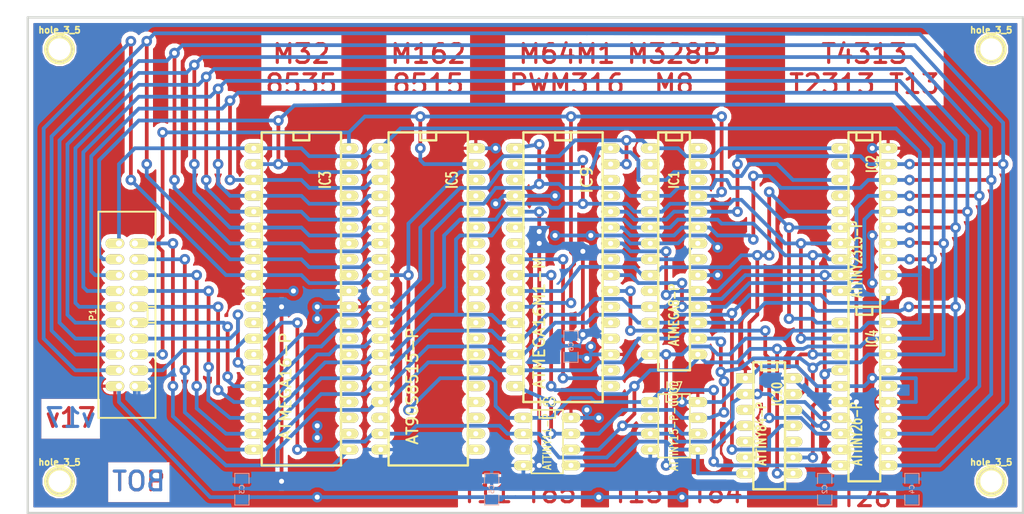
<source format=kicad_pcb>
(kicad_pcb (version 4) (host pcbnew 4.0.5+dfsg1-4)
  (title_block (title "hvpp big adapter") (date "20 oct 2013") (rev 17) (company emard))
  (layers (0 Front signal) (31 Back signal) (34 B.Paste user) (35 F.Paste user) (36 B.SilkS user) (37 F.SilkS user) (38 B.Mask user) (39 F.Mask user) (44 Edge.Cuts user))
  (net 0 "")
  (net 1 /BS1)
  (net 2 /BS2)
  (net 3 /CLK)
  (net 4 /D0)
  (net 5 /D1)
  (net 6 /D2)
  (net 7 /D3)
  (net 8 /D4)
  (net 9 /D5)
  (net 10 /D6)
  (net 11 /D7)
  (net 12 /OE)
  (net 13 /PAGEL)
  (net 14 /RDY)
  (net 15 /RST12V)
  (net 16 /VCC)
  (net 17 /WR)
  (net 18 /XA0)
  (net 19 /XA1)
  (net 20 GND)
  (module DIP-28__300-bigpads (layer Front) (at 179.705 100.33 270)
    (fp_text reference IC1 (at -11.43 0 270) (layer F.SilkS) (effects (font (size 1.524 1.143) (thickness 0.28702))))
    (fp_text value ATMEGA8-P (at 10.16 0 270) (layer F.SilkS) (effects (font (size 1.524 1.143) (thickness 0.28702))))
    (pad 2 thru_hole oval (at -13.97 3.81 270) (size 1.6002 2.99974) (drill 0.8128) (layers *.Cu *.Mask F.SilkS))
    (pad 3 thru_hole oval (at -11.43 3.81 270) (size 1.6002 2.99974) (drill 0.8128) (layers *.Cu *.Mask F.SilkS) (net 14 /RDY))
    (pad 4 thru_hole oval (at -8.89 3.81 270) (size 1.6002 2.99974) (drill 0.8128) (layers *.Cu *.Mask F.SilkS) (net 12 /OE))
    (pad 5 thru_hole oval (at -6.35 3.81 270) (size 1.6002 2.99974) (drill 0.8128) (layers *.Cu *.Mask F.SilkS) (net 17 /WR))
    (pad 6 thru_hole oval (at -3.81 3.81 270) (size 1.6002 2.99974) (drill 0.8128) (layers *.Cu *.Mask F.SilkS) (net 1 /BS1))
    (pad 7 thru_hole oval (at -1.27 3.81 270) (size 1.6002 2.99974) (drill 0.8128) (layers *.Cu *.Mask F.SilkS) (net 16 /VCC))
    (pad 8 thru_hole oval (at 1.27 3.81 270) (size 1.6002 2.99974) (drill 0.8128) (layers *.Cu *.Mask F.SilkS) (net 20 GND))
    (pad 9 thru_hole oval (at 3.81 3.81 270) (size 1.6002 2.99974) (drill 0.8128) (layers *.Cu *.Mask F.SilkS) (net 3 /CLK))
    (pad 10 thru_hole oval (at 6.35 3.81 270) (size 1.6002 2.99974) (drill 0.8128) (layers *.Cu *.Mask F.SilkS))
    (pad 11 thru_hole oval (at 8.89 3.81 270) (size 1.6002 2.99974) (drill 0.8128) (layers *.Cu *.Mask F.SilkS) (net 18 /XA0))
    (pad 12 thru_hole oval (at 11.43 3.81 270) (size 1.6002 2.99974) (drill 0.8128) (layers *.Cu *.Mask F.SilkS) (net 19 /XA1))
    (pad 13 thru_hole oval (at 13.97 3.81 270) (size 1.6002 2.99974) (drill 0.8128) (layers *.Cu *.Mask F.SilkS) (net 13 /PAGEL))
    (pad 14 thru_hole oval (at 16.51 3.81 270) (size 1.6002 2.99974) (drill 0.8128) (layers *.Cu *.Mask F.SilkS) (net 4 /D0))
    (pad 1 thru_hole oval (at -16.51 3.81 270) (size 1.6002 2.99974) (drill 0.8128) (layers *.Cu *.Mask F.SilkS) (net 15 /RST12V))
    (pad 15 thru_hole oval (at 16.51 -3.81 270) (size 1.6002 2.99974) (drill 0.8128) (layers *.Cu *.Mask F.SilkS) (net 5 /D1))
    (pad 16 thru_hole oval (at 13.97 -3.81 270) (size 1.6002 2.99974) (drill 0.8128) (layers *.Cu *.Mask F.SilkS) (net 6 /D2))
    (pad 17 thru_hole oval (at 11.43 -3.81 270) (size 1.6002 2.99974) (drill 0.8128) (layers *.Cu *.Mask F.SilkS) (net 7 /D3))
    (pad 18 thru_hole oval (at 8.89 -3.81 270) (size 1.6002 2.99974) (drill 0.8128) (layers *.Cu *.Mask F.SilkS) (net 8 /D4))
    (pad 19 thru_hole oval (at 6.35 -3.81 270) (size 1.6002 2.99974) (drill 0.8128) (layers *.Cu *.Mask F.SilkS) (net 9 /D5))
    (pad 20 thru_hole oval (at 3.81 -3.81 270) (size 1.6002 2.99974) (drill 0.8128) (layers *.Cu *.Mask F.SilkS) (net 16 /VCC))
    (pad 21 thru_hole oval (at 1.27 -3.81 270) (size 1.6002 2.99974) (drill 0.8128) (layers *.Cu *.Mask F.SilkS))
    (pad 22 thru_hole oval (at -1.27 -3.81 270) (size 1.6002 2.99974) (drill 0.8128) (layers *.Cu *.Mask F.SilkS) (net 20 GND))
    (pad 23 thru_hole oval (at -3.81 -3.81 270) (size 1.6002 2.99974) (drill 0.8128) (layers *.Cu *.Mask F.SilkS) (net 10 /D6))
    (pad 24 thru_hole oval (at -6.35 -3.81 270) (size 1.6002 2.99974) (drill 0.8128) (layers *.Cu *.Mask F.SilkS) (net 11 /D7))
    (pad 25 thru_hole oval (at -8.89 -3.81 270) (size 1.6002 2.99974) (drill 0.8128) (layers *.Cu *.Mask F.SilkS) (net 2 /BS2))
    (pad 26 thru_hole oval (at -11.43 -3.81 270) (size 1.6002 2.99974) (drill 0.8128) (layers *.Cu *.Mask F.SilkS))
    (pad 27 thru_hole oval (at -13.97 -3.81 270) (size 1.6002 2.99974) (drill 0.8128) (layers *.Cu *.Mask F.SilkS))
    (pad 28 thru_hole oval (at -16.51 -3.81 270) (size 1.6002 2.99974) (drill 0.8128) (layers *.Cu *.Mask F.SilkS))
  )
  (module conn_strip_10x2_largepads (layer Front) (at 92.075 110.49 90)
    (fp_text reference P1 (at 0 -5.461 90) (layer F.SilkS) (effects (font (size 1.016 1.016) (thickness 0.2032))))
    (fp_text value CONN_10X2 hide)
    (pad 1 thru_hole oval (at -11.43 1.27 90) (size 1.6002 2.99974) (drill 1.00076 (offset 0 0.65024)) (layers *.Cu *.Mask F.SilkS) (net 20 GND))
    (pad 2 thru_hole oval (at -11.43 -1.27 90) (size 1.6002 2.99974) (drill 1.00076 (offset 0 -0.65024)) (layers *.Cu *.Mask F.SilkS) (net 16 /VCC))
    (pad 3 thru_hole oval (at -8.89 1.27 90) (size 1.6002 2.99974) (drill 1.00076 (offset 0 0.65024)) (layers *.Cu *.Mask F.SilkS) (net 3 /CLK))
    (pad 4 thru_hole oval (at -8.89 -1.27 90) (size 1.6002 2.99974) (drill 1.00076 (offset 0 -0.65024)) (layers *.Cu *.Mask F.SilkS) (net 15 /RST12V))
    (pad 5 thru_hole oval (at -6.35 1.27 90) (size 1.6002 2.99974) (drill 1.00076 (offset 0 0.65024)) (layers *.Cu *.Mask F.SilkS) (net 2 /BS2))
    (pad 6 thru_hole oval (at -6.35 -1.27 90) (size 1.6002 2.99974) (drill 1.00076 (offset 0 -0.65024)) (layers *.Cu *.Mask F.SilkS) (net 11 /D7))
    (pad 7 thru_hole oval (at -3.81 1.27 90) (size 1.6002 2.99974) (drill 1.00076 (offset 0 0.65024)) (layers *.Cu *.Mask F.SilkS) (net 14 /RDY))
    (pad 8 thru_hole oval (at -3.81 -1.27 90) (size 1.6002 2.99974) (drill 1.00076 (offset 0 -0.65024)) (layers *.Cu *.Mask F.SilkS) (net 10 /D6))
    (pad 9 thru_hole oval (at -1.27 1.27 90) (size 1.6002 2.99974) (drill 1.00076 (offset 0 0.65024)) (layers *.Cu *.Mask F.SilkS) (net 12 /OE))
    (pad 10 thru_hole oval (at -1.27 -1.27 90) (size 1.6002 2.99974) (drill 1.00076 (offset 0 -0.65024)) (layers *.Cu *.Mask F.SilkS) (net 9 /D5))
    (pad 11 thru_hole oval (at 1.27 1.27 90) (size 1.6002 2.99974) (drill 1.00076 (offset 0 0.65024)) (layers *.Cu *.Mask F.SilkS) (net 17 /WR))
    (pad 12 thru_hole oval (at 1.27 -1.27 90) (size 1.6002 2.99974) (drill 1.00076 (offset 0 -0.65024)) (layers *.Cu *.Mask F.SilkS) (net 8 /D4))
    (pad 13 thru_hole oval (at 3.81 1.27 90) (size 1.6002 2.99974) (drill 1.00076 (offset 0 0.65024)) (layers *.Cu *.Mask F.SilkS) (net 1 /BS1))
    (pad 14 thru_hole oval (at 3.81 -1.27 90) (size 1.6002 2.99974) (drill 1.00076 (offset 0 -0.65024)) (layers *.Cu *.Mask F.SilkS) (net 7 /D3))
    (pad 15 thru_hole oval (at 6.35 1.27 90) (size 1.6002 2.99974) (drill 1.00076 (offset 0 0.65024)) (layers *.Cu *.Mask F.SilkS) (net 18 /XA0))
    (pad 16 thru_hole oval (at 6.35 -1.27 90) (size 1.6002 2.99974) (drill 1.00076 (offset 0 -0.65024)) (layers *.Cu *.Mask F.SilkS) (net 6 /D2))
    (pad 17 thru_hole oval (at 8.89 1.27 90) (size 1.6002 2.99974) (drill 1.00076 (offset 0 0.65024)) (layers *.Cu *.Mask F.SilkS) (net 19 /XA1))
    (pad 18 thru_hole oval (at 8.89 -1.27 90) (size 1.6002 2.99974) (drill 1.00076 (offset 0 -0.65024)) (layers *.Cu *.Mask F.SilkS) (net 5 /D1))
    (pad 19 thru_hole oval (at 11.43 1.27 90) (size 1.6002 2.99974) (drill 1.00076 (offset 0 0.65024)) (layers *.Cu *.Mask F.SilkS) (net 13 /PAGEL))
    (pad 20 thru_hole oval (at 11.43 -1.27 90) (size 1.6002 2.99974) (drill 1.00076 (offset 0 -0.65024)) (layers *.Cu *.Mask F.SilkS) (net 4 /D0))
  )
  (module DIP-40__600-bigpads (layer Front) (at 120.015 107.95 270)
    (fp_text reference IC3 (at -19.05 -3.81 270) (layer F.SilkS) (effects (font (size 1.778 1.143) (thickness 0.28702))))
    (fp_text value ATMEGA16-P (at 13.97 2.54 270) (layer F.SilkS) (effects (font (size 1.778 1.778) (thickness 0.3048))))
    (pad 1 thru_hole oval (at -24.13 7.62 270) (size 1.6002 2.99974) (drill 0.8128) (layers *.Cu *.Mask F.SilkS) (net 4 /D0))
    (pad 2 thru_hole oval (at -21.59 7.62 270) (size 1.6002 2.99974) (drill 0.8128) (layers *.Cu *.Mask F.SilkS) (net 5 /D1))
    (pad 3 thru_hole oval (at -19.05 7.62 270) (size 1.6002 2.99974) (drill 0.8128) (layers *.Cu *.Mask F.SilkS) (net 6 /D2))
    (pad 4 thru_hole oval (at -16.51 7.62 270) (size 1.6002 2.99974) (drill 0.8128) (layers *.Cu *.Mask F.SilkS) (net 7 /D3))
    (pad 5 thru_hole oval (at -13.97 7.62 270) (size 1.6002 2.99974) (drill 0.8128) (layers *.Cu *.Mask F.SilkS) (net 8 /D4))
    (pad 6 thru_hole oval (at -11.43 7.62 270) (size 1.6002 2.99974) (drill 0.8128) (layers *.Cu *.Mask F.SilkS) (net 9 /D5))
    (pad 7 thru_hole oval (at -8.89 7.62 270) (size 1.6002 2.99974) (drill 0.8128) (layers *.Cu *.Mask F.SilkS) (net 10 /D6))
    (pad 8 thru_hole oval (at -6.35 7.62 270) (size 1.6002 2.99974) (drill 0.8128) (layers *.Cu *.Mask F.SilkS) (net 11 /D7))
    (pad 9 thru_hole oval (at -3.81 7.62 270) (size 1.6002 2.99974) (drill 0.8128) (layers *.Cu *.Mask F.SilkS) (net 15 /RST12V))
    (pad 10 thru_hole oval (at -1.27 7.62 270) (size 1.6002 2.99974) (drill 0.8128) (layers *.Cu *.Mask F.SilkS) (net 16 /VCC))
    (pad 11 thru_hole oval (at 1.27 7.62 270) (size 1.6002 2.99974) (drill 0.8128) (layers *.Cu *.Mask F.SilkS) (net 20 GND))
    (pad 12 thru_hole oval (at 3.81 7.62 270) (size 1.6002 2.99974) (drill 0.8128) (layers *.Cu *.Mask F.SilkS))
    (pad 13 thru_hole oval (at 6.35 7.62 270) (size 1.6002 2.99974) (drill 0.8128) (layers *.Cu *.Mask F.SilkS) (net 3 /CLK))
    (pad 14 thru_hole oval (at 8.89 7.62 270) (size 1.6002 2.99974) (drill 0.8128) (layers *.Cu *.Mask F.SilkS))
    (pad 15 thru_hole oval (at 11.43 7.62 270) (size 1.6002 2.99974) (drill 0.8128) (layers *.Cu *.Mask F.SilkS) (net 14 /RDY))
    (pad 16 thru_hole oval (at 13.97 7.62 270) (size 1.6002 2.99974) (drill 0.8128) (layers *.Cu *.Mask F.SilkS) (net 12 /OE))
    (pad 17 thru_hole oval (at 16.51 7.62 270) (size 1.6002 2.99974) (drill 0.8128) (layers *.Cu *.Mask F.SilkS) (net 17 /WR))
    (pad 18 thru_hole oval (at 19.05 7.62 270) (size 1.6002 2.99974) (drill 0.8128) (layers *.Cu *.Mask F.SilkS) (net 1 /BS1))
    (pad 19 thru_hole oval (at 21.59 7.62 270) (size 1.6002 2.99974) (drill 0.8128) (layers *.Cu *.Mask F.SilkS) (net 18 /XA0))
    (pad 20 thru_hole oval (at 24.13 7.62 270) (size 1.6002 2.99974) (drill 0.8128) (layers *.Cu *.Mask F.SilkS) (net 19 /XA1))
    (pad 21 thru_hole oval (at 24.13 -7.62 270) (size 1.6002 2.99974) (drill 0.8128) (layers *.Cu *.Mask F.SilkS) (net 13 /PAGEL))
    (pad 22 thru_hole oval (at 21.59 -7.62 270) (size 1.6002 2.99974) (drill 0.8128) (layers *.Cu *.Mask F.SilkS))
    (pad 23 thru_hole oval (at 19.05 -7.62 270) (size 1.6002 2.99974) (drill 0.8128) (layers *.Cu *.Mask F.SilkS))
    (pad 24 thru_hole oval (at 16.51 -7.62 270) (size 1.6002 2.99974) (drill 0.8128) (layers *.Cu *.Mask F.SilkS))
    (pad 25 thru_hole oval (at 13.97 -7.62 270) (size 1.6002 2.99974) (drill 0.8128) (layers *.Cu *.Mask F.SilkS))
    (pad 26 thru_hole oval (at 11.43 -7.62 270) (size 1.6002 2.99974) (drill 0.8128) (layers *.Cu *.Mask F.SilkS))
    (pad 27 thru_hole oval (at 8.89 -7.62 270) (size 1.6002 2.99974) (drill 0.8128) (layers *.Cu *.Mask F.SilkS))
    (pad 28 thru_hole oval (at 6.35 -7.62 270) (size 1.6002 2.99974) (drill 0.8128) (layers *.Cu *.Mask F.SilkS))
    (pad 29 thru_hole oval (at 3.81 -7.62 270) (size 1.6002 2.99974) (drill 0.8128) (layers *.Cu *.Mask F.SilkS))
    (pad 30 thru_hole oval (at 1.27 -7.62 270) (size 1.6002 2.99974) (drill 0.8128) (layers *.Cu *.Mask F.SilkS) (net 16 /VCC))
    (pad 31 thru_hole oval (at -1.27 -7.62 270) (size 1.6002 2.99974) (drill 0.8128) (layers *.Cu *.Mask F.SilkS) (net 20 GND))
    (pad 32 thru_hole oval (at -3.81 -7.62 270) (size 1.6002 2.99974) (drill 0.8128) (layers *.Cu *.Mask F.SilkS))
    (pad 33 thru_hole oval (at -6.35 -7.62 270) (size 1.6002 2.99974) (drill 0.8128) (layers *.Cu *.Mask F.SilkS))
    (pad 34 thru_hole oval (at -8.89 -7.62 270) (size 1.6002 2.99974) (drill 0.8128) (layers *.Cu *.Mask F.SilkS))
    (pad 35 thru_hole oval (at -11.43 -7.62 270) (size 1.6002 2.99974) (drill 0.8128) (layers *.Cu *.Mask F.SilkS))
    (pad 36 thru_hole oval (at -13.97 -7.62 270) (size 1.6002 2.99974) (drill 0.8128) (layers *.Cu *.Mask F.SilkS))
    (pad 37 thru_hole oval (at -16.51 -7.62 270) (size 1.6002 2.99974) (drill 0.8128) (layers *.Cu *.Mask F.SilkS))
    (pad 38 thru_hole oval (at -19.05 -7.62 270) (size 1.6002 2.99974) (drill 0.8128) (layers *.Cu *.Mask F.SilkS))
    (pad 39 thru_hole oval (at -21.59 -7.62 270) (size 1.6002 2.99974) (drill 0.8128) (layers *.Cu *.Mask F.SilkS))
    (pad 40 thru_hole oval (at -24.13 -7.62 270) (size 1.6002 2.99974) (drill 0.8128) (layers *.Cu *.Mask F.SilkS) (net 2 /BS2))
  )
  (module DIP-40__600-bigpads (layer Front) (at 140.335 107.95 270)
    (fp_text reference IC5 (at -19.05 -3.81 270) (layer F.SilkS) (effects (font (size 1.778 1.143) (thickness 0.28702))))
    (fp_text value AT90S8515-P (at 13.97 2.54 270) (layer F.SilkS) (effects (font (size 1.778 1.778) (thickness 0.3048))))
    (pad 1 thru_hole oval (at -24.13 7.62 270) (size 1.6002 2.99974) (drill 0.8128) (layers *.Cu *.Mask F.SilkS) (net 4 /D0))
    (pad 2 thru_hole oval (at -21.59 7.62 270) (size 1.6002 2.99974) (drill 0.8128) (layers *.Cu *.Mask F.SilkS) (net 5 /D1))
    (pad 3 thru_hole oval (at -19.05 7.62 270) (size 1.6002 2.99974) (drill 0.8128) (layers *.Cu *.Mask F.SilkS) (net 6 /D2))
    (pad 4 thru_hole oval (at -16.51 7.62 270) (size 1.6002 2.99974) (drill 0.8128) (layers *.Cu *.Mask F.SilkS) (net 7 /D3))
    (pad 5 thru_hole oval (at -13.97 7.62 270) (size 1.6002 2.99974) (drill 0.8128) (layers *.Cu *.Mask F.SilkS) (net 8 /D4))
    (pad 6 thru_hole oval (at -11.43 7.62 270) (size 1.6002 2.99974) (drill 0.8128) (layers *.Cu *.Mask F.SilkS) (net 9 /D5))
    (pad 7 thru_hole oval (at -8.89 7.62 270) (size 1.6002 2.99974) (drill 0.8128) (layers *.Cu *.Mask F.SilkS) (net 10 /D6))
    (pad 8 thru_hole oval (at -6.35 7.62 270) (size 1.6002 2.99974) (drill 0.8128) (layers *.Cu *.Mask F.SilkS) (net 11 /D7))
    (pad 9 thru_hole oval (at -3.81 7.62 270) (size 1.6002 2.99974) (drill 0.8128) (layers *.Cu *.Mask F.SilkS) (net 15 /RST12V))
    (pad 10 thru_hole oval (at -1.27 7.62 270) (size 1.6002 2.99974) (drill 0.8128) (layers *.Cu *.Mask F.SilkS))
    (pad 11 thru_hole oval (at 1.27 7.62 270) (size 1.6002 2.99974) (drill 0.8128) (layers *.Cu *.Mask F.SilkS) (net 14 /RDY))
    (pad 12 thru_hole oval (at 3.81 7.62 270) (size 1.6002 2.99974) (drill 0.8128) (layers *.Cu *.Mask F.SilkS) (net 12 /OE))
    (pad 13 thru_hole oval (at 6.35 7.62 270) (size 1.6002 2.99974) (drill 0.8128) (layers *.Cu *.Mask F.SilkS) (net 17 /WR))
    (pad 14 thru_hole oval (at 8.89 7.62 270) (size 1.6002 2.99974) (drill 0.8128) (layers *.Cu *.Mask F.SilkS) (net 1 /BS1))
    (pad 15 thru_hole oval (at 11.43 7.62 270) (size 1.6002 2.99974) (drill 0.8128) (layers *.Cu *.Mask F.SilkS) (net 18 /XA0))
    (pad 16 thru_hole oval (at 13.97 7.62 270) (size 1.6002 2.99974) (drill 0.8128) (layers *.Cu *.Mask F.SilkS) (net 19 /XA1))
    (pad 17 thru_hole oval (at 16.51 7.62 270) (size 1.6002 2.99974) (drill 0.8128) (layers *.Cu *.Mask F.SilkS) (net 13 /PAGEL))
    (pad 18 thru_hole oval (at 19.05 7.62 270) (size 1.6002 2.99974) (drill 0.8128) (layers *.Cu *.Mask F.SilkS))
    (pad 19 thru_hole oval (at 21.59 7.62 270) (size 1.6002 2.99974) (drill 0.8128) (layers *.Cu *.Mask F.SilkS) (net 3 /CLK))
    (pad 20 thru_hole oval (at 24.13 7.62 270) (size 1.6002 2.99974) (drill 0.8128) (layers *.Cu *.Mask F.SilkS) (net 20 GND))
    (pad 21 thru_hole oval (at 24.13 -7.62 270) (size 1.6002 2.99974) (drill 0.8128) (layers *.Cu *.Mask F.SilkS))
    (pad 22 thru_hole oval (at 21.59 -7.62 270) (size 1.6002 2.99974) (drill 0.8128) (layers *.Cu *.Mask F.SilkS))
    (pad 23 thru_hole oval (at 19.05 -7.62 270) (size 1.6002 2.99974) (drill 0.8128) (layers *.Cu *.Mask F.SilkS))
    (pad 24 thru_hole oval (at 16.51 -7.62 270) (size 1.6002 2.99974) (drill 0.8128) (layers *.Cu *.Mask F.SilkS))
    (pad 25 thru_hole oval (at 13.97 -7.62 270) (size 1.6002 2.99974) (drill 0.8128) (layers *.Cu *.Mask F.SilkS))
    (pad 26 thru_hole oval (at 11.43 -7.62 270) (size 1.6002 2.99974) (drill 0.8128) (layers *.Cu *.Mask F.SilkS))
    (pad 27 thru_hole oval (at 8.89 -7.62 270) (size 1.6002 2.99974) (drill 0.8128) (layers *.Cu *.Mask F.SilkS))
    (pad 28 thru_hole oval (at 6.35 -7.62 270) (size 1.6002 2.99974) (drill 0.8128) (layers *.Cu *.Mask F.SilkS))
    (pad 29 thru_hole oval (at 3.81 -7.62 270) (size 1.6002 2.99974) (drill 0.8128) (layers *.Cu *.Mask F.SilkS))
    (pad 30 thru_hole oval (at 1.27 -7.62 270) (size 1.6002 2.99974) (drill 0.8128) (layers *.Cu *.Mask F.SilkS))
    (pad 31 thru_hole oval (at -1.27 -7.62 270) (size 1.6002 2.99974) (drill 0.8128) (layers *.Cu *.Mask F.SilkS))
    (pad 32 thru_hole oval (at -3.81 -7.62 270) (size 1.6002 2.99974) (drill 0.8128) (layers *.Cu *.Mask F.SilkS))
    (pad 33 thru_hole oval (at -6.35 -7.62 270) (size 1.6002 2.99974) (drill 0.8128) (layers *.Cu *.Mask F.SilkS))
    (pad 34 thru_hole oval (at -8.89 -7.62 270) (size 1.6002 2.99974) (drill 0.8128) (layers *.Cu *.Mask F.SilkS))
    (pad 35 thru_hole oval (at -11.43 -7.62 270) (size 1.6002 2.99974) (drill 0.8128) (layers *.Cu *.Mask F.SilkS))
    (pad 36 thru_hole oval (at -13.97 -7.62 270) (size 1.6002 2.99974) (drill 0.8128) (layers *.Cu *.Mask F.SilkS))
    (pad 37 thru_hole oval (at -16.51 -7.62 270) (size 1.6002 2.99974) (drill 0.8128) (layers *.Cu *.Mask F.SilkS))
    (pad 38 thru_hole oval (at -19.05 -7.62 270) (size 1.6002 2.99974) (drill 0.8128) (layers *.Cu *.Mask F.SilkS))
    (pad 39 thru_hole oval (at -21.59 -7.62 270) (size 1.6002 2.99974) (drill 0.8128) (layers *.Cu *.Mask F.SilkS) (net 2 /BS2))
    (pad 40 thru_hole oval (at -24.13 -7.62 270) (size 1.6002 2.99974) (drill 0.8128) (layers *.Cu *.Mask F.SilkS) (net 16 /VCC))
  )
  (module DIP-20__300-bigpads (layer Front) (at 210.185 95.25 270)
    (fp_text reference IC2 (at -8.89 -1.27 270) (layer F.SilkS) (effects (font (size 1.778 1.143) (thickness 0.28702))))
    (fp_text value ATTINY2313-P (at 6.35 1.27 270) (layer F.SilkS) (effects (font (size 1.778 1.143) (thickness 0.28702))))
    (pad 1 thru_hole oval (at -11.43 3.81 270) (size 1.6002 2.99974) (drill 0.8128) (layers *.Cu *.Mask F.SilkS) (net 15 /RST12V))
    (pad 2 thru_hole oval (at -8.89 3.81 270) (size 1.6002 2.99974) (drill 0.8128) (layers *.Cu *.Mask F.SilkS))
    (pad 3 thru_hole oval (at -6.35 3.81 270) (size 1.6002 2.99974) (drill 0.8128) (layers *.Cu *.Mask F.SilkS) (net 14 /RDY))
    (pad 4 thru_hole oval (at -3.81 3.81 270) (size 1.6002 2.99974) (drill 0.8128) (layers *.Cu *.Mask F.SilkS))
    (pad 5 thru_hole oval (at -1.27 3.81 270) (size 1.6002 2.99974) (drill 0.8128) (layers *.Cu *.Mask F.SilkS) (net 3 /CLK))
    (pad 6 thru_hole oval (at 1.27 3.81 270) (size 1.6002 2.99974) (drill 0.8128) (layers *.Cu *.Mask F.SilkS) (net 12 /OE))
    (pad 7 thru_hole oval (at 3.81 3.81 270) (size 1.6002 2.99974) (drill 0.8128) (layers *.Cu *.Mask F.SilkS) (net 17 /WR))
    (pad 8 thru_hole oval (at 6.35 3.81 270) (size 1.6002 2.99974) (drill 0.8128) (layers *.Cu *.Mask F.SilkS) (net 1 /BS1))
    (pad 9 thru_hole oval (at 8.89 3.81 270) (size 1.6002 2.99974) (drill 0.8128) (layers *.Cu *.Mask F.SilkS) (net 18 /XA0))
    (pad 10 thru_hole oval (at 11.43 3.81 270) (size 1.6002 2.99974) (drill 0.8128) (layers *.Cu *.Mask F.SilkS) (net 20 GND))
    (pad 11 thru_hole oval (at 11.43 -3.81 270) (size 1.6002 2.99974) (drill 0.8128) (layers *.Cu *.Mask F.SilkS) (net 19 /XA1))
    (pad 12 thru_hole oval (at 8.89 -3.81 270) (size 1.6002 2.99974) (drill 0.8128) (layers *.Cu *.Mask F.SilkS) (net 4 /D0))
    (pad 13 thru_hole oval (at 6.35 -3.81 270) (size 1.6002 2.99974) (drill 0.8128) (layers *.Cu *.Mask F.SilkS) (net 5 /D1))
    (pad 14 thru_hole oval (at 3.81 -3.81 270) (size 1.6002 2.99974) (drill 0.8128) (layers *.Cu *.Mask F.SilkS) (net 6 /D2))
    (pad 15 thru_hole oval (at 1.27 -3.81 270) (size 1.6002 2.99974) (drill 0.8128) (layers *.Cu *.Mask F.SilkS) (net 7 /D3))
    (pad 16 thru_hole oval (at -1.27 -3.81 270) (size 1.6002 2.99974) (drill 0.8128) (layers *.Cu *.Mask F.SilkS) (net 8 /D4))
    (pad 17 thru_hole oval (at -3.81 -3.81 270) (size 1.6002 2.99974) (drill 0.8128) (layers *.Cu *.Mask F.SilkS) (net 9 /D5))
    (pad 18 thru_hole oval (at -6.35 -3.81 270) (size 1.6002 2.99974) (drill 0.8128) (layers *.Cu *.Mask F.SilkS) (net 10 /D6))
    (pad 19 thru_hole oval (at -8.89 -3.81 270) (size 1.6002 2.99974) (drill 0.8128) (layers *.Cu *.Mask F.SilkS) (net 11 /D7))
    (pad 20 thru_hole oval (at -11.43 -3.81 270) (size 1.6002 2.99974) (drill 0.8128) (layers *.Cu *.Mask F.SilkS) (net 16 /VCC))
  )
  (module DIP-20__300-bigpads (layer Front) (at 210.185 123.19 270)
    (fp_text reference IC4 (at -8.89 -1.27 270) (layer F.SilkS) (effects (font (size 1.778 1.143) (thickness 0.28702))))
    (fp_text value ATTINY26-P (at 6.35 1.27 270) (layer F.SilkS) (effects (font (size 1.778 1.143) (thickness 0.28702))))
    (pad 1 thru_hole oval (at -11.43 3.81 270) (size 1.6002 2.99974) (drill 0.8128) (layers *.Cu *.Mask F.SilkS) (net 12 /OE))
    (pad 2 thru_hole oval (at -8.89 3.81 270) (size 1.6002 2.99974) (drill 0.8128) (layers *.Cu *.Mask F.SilkS) (net 17 /WR))
    (pad 3 thru_hole oval (at -6.35 3.81 270) (size 1.6002 2.99974) (drill 0.8128) (layers *.Cu *.Mask F.SilkS) (net 1 /BS1))
    (pad 4 thru_hole oval (at -3.81 3.81 270) (size 1.6002 2.99974) (drill 0.8128) (layers *.Cu *.Mask F.SilkS) (net 18 /XA0))
    (pad 5 thru_hole oval (at -1.27 3.81 270) (size 1.6002 2.99974) (drill 0.8128) (layers *.Cu *.Mask F.SilkS) (net 16 /VCC))
    (pad 6 thru_hole oval (at 1.27 3.81 270) (size 1.6002 2.99974) (drill 0.8128) (layers *.Cu *.Mask F.SilkS) (net 20 GND))
    (pad 7 thru_hole oval (at 3.81 3.81 270) (size 1.6002 2.99974) (drill 0.8128) (layers *.Cu *.Mask F.SilkS) (net 3 /CLK))
    (pad 8 thru_hole oval (at 6.35 3.81 270) (size 1.6002 2.99974) (drill 0.8128) (layers *.Cu *.Mask F.SilkS) (net 13 /PAGEL))
    (pad 9 thru_hole oval (at 8.89 3.81 270) (size 1.6002 2.99974) (drill 0.8128) (layers *.Cu *.Mask F.SilkS) (net 19 /XA1))
    (pad 10 thru_hole oval (at 11.43 3.81 270) (size 1.6002 2.99974) (drill 0.8128) (layers *.Cu *.Mask F.SilkS) (net 15 /RST12V))
    (pad 11 thru_hole oval (at 11.43 -3.81 270) (size 1.6002 2.99974) (drill 0.8128) (layers *.Cu *.Mask F.SilkS) (net 11 /D7))
    (pad 12 thru_hole oval (at 8.89 -3.81 270) (size 1.6002 2.99974) (drill 0.8128) (layers *.Cu *.Mask F.SilkS) (net 10 /D6))
    (pad 13 thru_hole oval (at 6.35 -3.81 270) (size 1.6002 2.99974) (drill 0.8128) (layers *.Cu *.Mask F.SilkS) (net 9 /D5))
    (pad 14 thru_hole oval (at 3.81 -3.81 270) (size 1.6002 2.99974) (drill 0.8128) (layers *.Cu *.Mask F.SilkS) (net 8 /D4))
    (pad 15 thru_hole oval (at 1.27 -3.81 270) (size 1.6002 2.99974) (drill 0.8128) (layers *.Cu *.Mask F.SilkS) (net 16 /VCC))
    (pad 16 thru_hole oval (at -1.27 -3.81 270) (size 1.6002 2.99974) (drill 0.8128) (layers *.Cu *.Mask F.SilkS) (net 20 GND))
    (pad 17 thru_hole oval (at -3.81 -3.81 270) (size 1.6002 2.99974) (drill 0.8128) (layers *.Cu *.Mask F.SilkS) (net 7 /D3))
    (pad 18 thru_hole oval (at -6.35 -3.81 270) (size 1.6002 2.99974) (drill 0.8128) (layers *.Cu *.Mask F.SilkS) (net 6 /D2))
    (pad 19 thru_hole oval (at -8.89 -3.81 270) (size 1.6002 2.99974) (drill 0.8128) (layers *.Cu *.Mask F.SilkS) (net 5 /D1))
    (pad 20 thru_hole oval (at -11.43 -3.81 270) (size 1.6002 2.99974) (drill 0.8128) (layers *.Cu *.Mask F.SilkS) (net 4 /D0))
  )
  (module DIP-8__300-bigpads (layer Front) (at 179.705 128.27 270)
    (fp_text reference IC7 (at -6.35 0 360) (layer F.SilkS) (effects (font (size 1.27 1.143) (thickness 0.2032))))
    (fp_text value ATTINY15-P-GOOD (at 0 0 270) (layer F.SilkS) (effects (font (size 1.27 1.016) (thickness 0.2032))))
    (pad 1 thru_hole oval (at -3.81 3.81 270) (size 1.6002 2.99974) (drill 0.8128) (layers *.Cu *.Mask F.SilkS) (net 15 /RST12V))
    (pad 2 thru_hole oval (at -1.27 3.81 270) (size 1.6002 2.99974) (drill 0.8128) (layers *.Cu *.Mask F.SilkS))
    (pad 3 thru_hole oval (at 1.27 3.81 270) (size 1.6002 2.99974) (drill 0.8128) (layers *.Cu *.Mask F.SilkS) (net 3 /CLK))
    (pad 4 thru_hole oval (at 3.81 3.81 270) (size 1.6002 2.99974) (drill 0.8128) (layers *.Cu *.Mask F.SilkS) (net 20 GND))
    (pad 5 thru_hole oval (at 3.81 -3.81 270) (size 1.6002 2.99974) (drill 0.8128) (layers *.Cu *.Mask F.SilkS) (net 4 /D0))
    (pad 6 thru_hole oval (at 1.27 -3.81 270) (size 1.6002 2.99974) (drill 0.8128) (layers *.Cu *.Mask F.SilkS) (net 5 /D1))
    (pad 7 thru_hole oval (at -1.27 -3.81 270) (size 1.6002 2.99974) (drill 0.8128) (layers *.Cu *.Mask F.SilkS) (net 6 /D2))
    (pad 8 thru_hole oval (at -3.81 -3.81 270) (size 1.6002 2.99974) (drill 0.8128) (layers *.Cu *.Mask F.SilkS) (net 16 /VCC))
  )
  (module DIP-8__300-bigpads (layer Front) (at 159.385 130.81 270)
    (fp_text reference IC8 (at -6.35 0 360) (layer F.SilkS) (effects (font (size 1.27 1.143) (thickness 0.2032))))
    (fp_text value ATTINY11-P (at 0 0 270) (layer F.SilkS) (effects (font (size 1.27 1.016) (thickness 0.2032))))
    (pad 1 thru_hole oval (at -3.81 3.81 270) (size 1.6002 2.99974) (drill 0.8128) (layers *.Cu *.Mask F.SilkS) (net 15 /RST12V))
    (pad 2 thru_hole oval (at -1.27 3.81 270) (size 1.6002 2.99974) (drill 0.8128) (layers *.Cu *.Mask F.SilkS) (net 3 /CLK))
    (pad 3 thru_hole oval (at 1.27 3.81 270) (size 1.6002 2.99974) (drill 0.8128) (layers *.Cu *.Mask F.SilkS))
    (pad 4 thru_hole oval (at 3.81 3.81 270) (size 1.6002 2.99974) (drill 0.8128) (layers *.Cu *.Mask F.SilkS) (net 20 GND))
    (pad 5 thru_hole oval (at 3.81 -3.81 270) (size 1.6002 2.99974) (drill 0.8128) (layers *.Cu *.Mask F.SilkS) (net 4 /D0))
    (pad 6 thru_hole oval (at 1.27 -3.81 270) (size 1.6002 2.99974) (drill 0.8128) (layers *.Cu *.Mask F.SilkS) (net 5 /D1))
    (pad 7 thru_hole oval (at -1.27 -3.81 270) (size 1.6002 2.99974) (drill 0.8128) (layers *.Cu *.Mask F.SilkS) (net 6 /D2))
    (pad 8 thru_hole oval (at -3.81 -3.81 270) (size 1.6002 2.99974) (drill 0.8128) (layers *.Cu *.Mask F.SilkS) (net 16 /VCC))
  )
  (module DIP-32__600_bigpads (layer Front) (at 161.925 102.87 270)
    (fp_text reference IC9 (at -13.97 -3.81 270) (layer F.SilkS) (effects (font (size 1.778 1.778) (thickness 0.3048))))
    (fp_text value ATMEGA16M1-M (at 8.89 3.81 270) (layer F.SilkS) (effects (font (size 1.778 1.778) (thickness 0.3048))))
    (pad 1 thru_hole oval (at -19.05 7.62 270) (size 1.6002 2.99974) (drill 0.8128) (layers *.Cu *.Mask F.SilkS) (net 12 /OE))
    (pad 2 thru_hole oval (at -16.51 7.62 270) (size 1.6002 2.99974) (drill 0.8128) (layers *.Cu *.Mask F.SilkS) (net 17 /WR))
    (pad 3 thru_hole oval (at -13.97 7.62 270) (size 1.6002 2.99974) (drill 0.8128) (layers *.Cu *.Mask F.SilkS))
    (pad 4 thru_hole oval (at -11.43 7.62 270) (size 1.6002 2.99974) (drill 0.8128) (layers *.Cu *.Mask F.SilkS) (net 16 /VCC))
    (pad 5 thru_hole oval (at -8.89 7.62 270) (size 1.6002 2.99974) (drill 0.8128) (layers *.Cu *.Mask F.SilkS) (net 20 GND))
    (pad 6 thru_hole oval (at -6.35 7.62 270) (size 1.6002 2.99974) (drill 0.8128) (layers *.Cu *.Mask F.SilkS))
    (pad 7 thru_hole oval (at -3.81 7.62 270) (size 1.6002 2.99974) (drill 0.8128) (layers *.Cu *.Mask F.SilkS))
    (pad 8 thru_hole oval (at -1.27 7.62 270) (size 1.6002 2.99974) (drill 0.8128) (layers *.Cu *.Mask F.SilkS) (net 4 /D0))
    (pad 9 thru_hole oval (at 1.27 7.62 270) (size 1.6002 2.99974) (drill 0.8128) (layers *.Cu *.Mask F.SilkS) (net 5 /D1))
    (pad 10 thru_hole oval (at 3.81 7.62 270) (size 1.6002 2.99974) (drill 0.8128) (layers *.Cu *.Mask F.SilkS) (net 3 /CLK))
    (pad 11 thru_hole oval (at 6.35 7.62 270) (size 1.6002 2.99974) (drill 0.8128) (layers *.Cu *.Mask F.SilkS) (net 2 /BS2))
    (pad 12 thru_hole oval (at 8.89 7.62 270) (size 1.6002 2.99974) (drill 0.8128) (layers *.Cu *.Mask F.SilkS) (net 1 /BS1))
    (pad 13 thru_hole oval (at 11.43 7.62 270) (size 1.6002 2.99974) (drill 0.8128) (layers *.Cu *.Mask F.SilkS) (net 18 /XA0))
    (pad 14 thru_hole oval (at 13.97 7.62 270) (size 1.6002 2.99974) (drill 0.8128) (layers *.Cu *.Mask F.SilkS) (net 19 /XA1))
    (pad 15 thru_hole oval (at 16.51 7.62 270) (size 1.6002 2.99974) (drill 0.8128) (layers *.Cu *.Mask F.SilkS) (net 13 /PAGEL))
    (pad 16 thru_hole oval (at 19.05 7.62 270) (size 1.6002 2.99974) (drill 0.8128) (layers *.Cu *.Mask F.SilkS) (net 6 /D2))
    (pad 17 thru_hole oval (at 19.05 -7.62 270) (size 1.6002 2.99974) (drill 0.8128) (layers *.Cu *.Mask F.SilkS))
    (pad 18 thru_hole oval (at 16.51 -7.62 270) (size 1.6002 2.99974) (drill 0.8128) (layers *.Cu *.Mask F.SilkS))
    (pad 19 thru_hole oval (at 13.97 -7.62 270) (size 1.6002 2.99974) (drill 0.8128) (layers *.Cu *.Mask F.SilkS) (net 16 /VCC))
    (pad 20 thru_hole oval (at 11.43 -7.62 270) (size 1.6002 2.99974) (drill 0.8128) (layers *.Cu *.Mask F.SilkS) (net 20 GND))
    (pad 21 thru_hole oval (at 8.89 -7.62 270) (size 1.6002 2.99974) (drill 0.8128) (layers *.Cu *.Mask F.SilkS))
    (pad 22 thru_hole oval (at 6.35 -7.62 270) (size 1.50114 2.99974) (drill 0.8128) (layers *.Cu *.Mask F.SilkS))
    (pad 23 thru_hole oval (at 3.81 -7.62 270) (size 1.6002 2.99974) (drill 0.8128) (layers *.Cu *.Mask F.SilkS) (net 7 /D3))
    (pad 24 thru_hole oval (at 1.27 -7.62 270) (size 1.6002 2.99974) (drill 0.8128) (layers *.Cu *.Mask F.SilkS) (net 8 /D4))
    (pad 25 thru_hole oval (at -1.27 -7.62 270) (size 1.6002 2.99974) (drill 0.8128) (layers *.Cu *.Mask F.SilkS))
    (pad 26 thru_hole oval (at -3.81 -7.62 270) (size 1.6002 2.99974) (drill 0.8128) (layers *.Cu *.Mask F.SilkS) (net 9 /D5))
    (pad 27 thru_hole oval (at -6.35 -7.62 270) (size 1.6002 2.99974) (drill 0.8128) (layers *.Cu *.Mask F.SilkS) (net 10 /D6))
    (pad 28 thru_hole oval (at -8.89 -7.62 270) (size 1.6002 2.99974) (drill 0.8128) (layers *.Cu *.Mask F.SilkS) (net 11 /D7))
    (pad 29 thru_hole oval (at -11.43 -7.62 270) (size 1.50114 2.99974) (drill 0.8128) (layers *.Cu *.Mask F.SilkS))
    (pad 30 thru_hole oval (at -13.97 -7.62 270) (size 1.6002 2.99974) (drill 0.8128) (layers *.Cu *.Mask F.SilkS))
    (pad 31 thru_hole oval (at -16.51 -7.62 270) (size 1.6002 2.99974) (drill 0.8128) (layers *.Cu *.Mask F.SilkS) (net 15 /RST12V))
    (pad 32 thru_hole oval (at -19.05 -7.62 270) (size 1.6002 2.99974) (drill 0.8128) (layers *.Cu *.Mask F.SilkS) (net 14 /RDY))
  )
  (module SM1206 (layer Back) (at 203.835 138.43 90)
    (fp_text reference C2 (at 0 0 90) (layer B.SilkS) (effects (font (size 0.762 0.762) (thickness 0.127)) (justify mirror)))
    (fp_text value 10nF hide)
    (pad 1 smd rect (at -1.651 0 90) (size 1.524 2.032) (layers Back B.Mask) (net 16 /VCC))
    (pad 2 smd rect (at 1.651 0 90) (size 1.524 2.032) (layers Back B.Mask) (net 20 GND))
  )
  (module SM1206 (layer Back) (at 217.805 138.43 90)
    (fp_text reference C4 (at 0 0 90) (layer B.SilkS) (effects (font (size 0.762 0.762) (thickness 0.127)) (justify mirror)))
    (fp_text value 10nF hide)
    (pad 1 smd rect (at -1.651 0 90) (size 1.524 2.032) (layers Back B.Mask) (net 16 /VCC))
    (pad 2 smd rect (at 1.651 0 90) (size 1.524 2.032) (layers Back B.Mask) (net 20 GND))
  )
  (module SM1206 (layer Back) (at 150.495 138.43 90)
    (fp_text reference C5 (at 0 0 90) (layer B.SilkS) (effects (font (size 0.762 0.762) (thickness 0.127)) (justify mirror)))
    (fp_text value 10nF hide)
    (pad 1 smd rect (at -1.651 0 90) (size 1.524 2.032) (layers Back B.Mask) (net 16 /VCC))
    (pad 2 smd rect (at 1.651 0 90) (size 1.524 2.032) (layers Back B.Mask) (net 20 GND))
  )
  (module SM1206 (layer Back) (at 163.195 115.57 90)
    (fp_text reference C6 (at 0 0 90) (layer B.SilkS) (effects (font (size 0.762 0.762) (thickness 0.127)) (justify mirror)))
    (fp_text value 10nF hide)
    (pad 1 smd rect (at -1.651 0 90) (size 1.524 2.032) (layers Back B.Mask) (net 16 /VCC))
    (pad 2 smd rect (at 1.651 0 90) (size 1.524 2.032) (layers Back B.Mask) (net 20 GND))
  )
  (module SM1206 (layer Back) (at 110.49 138.43 90)
    (fp_text reference C3 (at 0 0 90) (layer B.SilkS) (effects (font (size 0.762 0.762) (thickness 0.127)) (justify mirror)))
    (fp_text value 10nF hide)
    (pad 1 smd rect (at -1.651 0 90) (size 1.524 2.032) (layers Back B.Mask) (net 16 /VCC))
    (pad 2 smd rect (at 1.651 0 90) (size 1.524 2.032) (layers Back B.Mask) (net 20 GND))
  )
  (module DIP-14__300_ELL-bigpads (layer Front) (at 194.945 128.27 270)
    (fp_text reference IC10 (at -5.08 -1.27 270) (layer F.SilkS) (effects (font (size 1.524 1.143) (thickness 0.28702))))
    (fp_text value ATTINY84-P (at 1.27 1.27 270) (layer F.SilkS) (effects (font (size 1.524 1.143) (thickness 0.28702))))
    (pad 1 thru_hole rect (at -7.62 3.81 270) (size 1.6002 2.99974) (drill 0.8128) (layers *.Cu *.Mask F.SilkS) (net 16 /VCC))
    (pad 2 thru_hole oval (at -5.08 3.81 270) (size 1.6002 2.99974) (drill 0.8128) (layers *.Cu *.Mask F.SilkS) (net 3 /CLK))
    (pad 3 thru_hole oval (at -2.54 3.81 270) (size 1.6002 2.99974) (drill 0.8128) (layers *.Cu *.Mask F.SilkS))
    (pad 4 thru_hole oval (at 0 3.81 270) (size 1.6002 2.99974) (drill 0.8128) (layers *.Cu *.Mask F.SilkS) (net 15 /RST12V))
    (pad 5 thru_hole oval (at 2.54 3.81 270) (size 1.6002 2.99974) (drill 0.8128) (layers *.Cu *.Mask F.SilkS))
    (pad 6 thru_hole oval (at 5.08 3.81 270) (size 1.6002 2.99974) (drill 0.8128) (layers *.Cu *.Mask F.SilkS))
    (pad 7 thru_hole oval (at 7.62 3.81 270) (size 1.6002 2.99974) (drill 0.8128) (layers *.Cu *.Mask F.SilkS) (net 4 /D0))
    (pad 8 thru_hole oval (at 7.62 -3.81 270) (size 1.6002 2.99974) (drill 0.8128) (layers *.Cu *.Mask F.SilkS) (net 5 /D1))
    (pad 9 thru_hole oval (at 5.08 -3.81 270) (size 1.6002 2.99974) (drill 0.8128) (layers *.Cu *.Mask F.SilkS) (net 6 /D2))
    (pad 10 thru_hole oval (at 2.54 -3.81 270) (size 1.6002 2.99974) (drill 0.8128) (layers *.Cu *.Mask F.SilkS))
    (pad 11 thru_hole oval (at 0 -3.81 270) (size 1.6002 2.99974) (drill 0.8128) (layers *.Cu *.Mask F.SilkS) (net 19 /XA1))
    (pad 12 thru_hole oval (at -2.54 -3.81 270) (size 1.6002 2.99974) (drill 0.8128) (layers *.Cu *.Mask F.SilkS) (net 18 /XA0))
    (pad 13 thru_hole oval (at -5.08 -3.81 270) (size 1.6002 2.99974) (drill 0.8128) (layers *.Cu *.Mask F.SilkS) (net 1 /BS1))
    (pad 14 thru_hole oval (at -7.62 -3.81 270) (size 1.6002 2.99974) (drill 0.8128) (layers *.Cu *.Mask F.SilkS) (net 20 GND))
  )
  (module hole_3_5 (layer Front) (at 81.28 67.945)
    (fp_text reference hole_3_5 (at 0 -3.048) (layer F.SilkS) (effects (font (size 1.016 1.016) (thickness 0.254))))
    (fp_text value 3.5mm hide)
    (pad 1 thru_hole circle (at 0 0) (size 4.064 4.064) (drill 3.50012) (layers *.Cu *.Mask F.SilkS))
  )
  (module hole_3_5 (layer Front) (at 230.505 67.945)
    (fp_text reference hole_3_5 (at 0 -3.048) (layer F.SilkS) (effects (font (size 1.016 1.016) (thickness 0.254))))
    (fp_text value 3.5mm hide)
    (pad 1 thru_hole circle (at 0 0) (size 4.064 4.064) (drill 3.50012) (layers *.Cu *.Mask F.SilkS))
  )
  (module hole_3_5 (layer Front) (at 230.505 137.16)
    (fp_text reference hole_3_5 (at 0 -3.048) (layer F.SilkS) (effects (font (size 1.016 1.016) (thickness 0.254))))
    (fp_text value 3.5mm hide)
    (pad 1 thru_hole circle (at 0 0) (size 4.064 4.064) (drill 3.50012) (layers *.Cu *.Mask F.SilkS))
  )
  (module hole_3_5 (layer Front) (at 81.28 137.16)
    (fp_text reference hole_3_5 (at 0 -3.048) (layer F.SilkS) (effects (font (size 1.016 1.016) (thickness 0.254))))
    (fp_text value 3.5mm hide)
    (pad 1 thru_hole circle (at 0 0) (size 4.064 4.064) (drill 3.50012) (layers *.Cu *.Mask F.SilkS))
  )
  (gr_line (start 76.2 62.865) (end 76.2 142.24) (angle 90) (layer Edge.Cuts) (width 0.381))
  (gr_line (start 235.585 62.865) (end 76.2 62.865) (angle 90) (layer Edge.Cuts) (width 0.381))
  (gr_line (start 235.585 142.24) (end 235.585 62.865) (angle 90) (layer Edge.Cuts) (width 0.381))
  (gr_line (start 76.2 142.24) (end 235.585 142.24) (angle 90) (layer Edge.Cuts) (width 0.381))
  (gr_text v17 (at 83.058 127) (layer Front) (effects (font (size 2.99974 2.99974) (thickness 0.50038))))
  (gr_text T26 (at 210.566 139.7) (layer Front) (effects (font (size 2.99974 2.99974) (thickness 0.50038))))
  (gr_text T84 (at 186.69 139.065) (layer Front) (effects (font (size 2.99974 2.99974) (thickness 0.50038))))
  (gr_text T15 (at 173.99 139.065) (layer Front) (effects (font (size 2.99974 2.99974) (thickness 0.50038))))
  (gr_text "T4313\nT2313 T13" (at 210.185 71.12) (layer Front) (effects (font (size 2.99974 2.99974) (thickness 0.50038))))
  (gr_text "M328P\nM8" (at 179.705 71.12) (layer Front) (effects (font (size 2.99974 2.99974) (thickness 0.50038))))
  (gr_text "T11 T85" (at 154.94 139.065) (layer Front) (effects (font (size 2.99974 2.99974) (thickness 0.50038))))
  (gr_text "M64M1\nPWM316" (at 162.56 71.12) (layer Front) (effects (font (size 2.99974 2.99974) (thickness 0.50038))))
  (gr_text "M162\n8515" (at 140.335 71.12) (layer Front) (effects (font (size 2.99974 2.99974) (thickness 0.50038))))
  (gr_text "M32\n8535" (at 120.015 71.12) (layer Front) (effects (font (size 2.99974 2.99974) (thickness 0.50038))))
  (gr_text v17 (at 83.058 127) (layer Back) (effects (font (size 2.99974 2.99974) (thickness 0.50038)) (justify mirror)))
  (gr_text TOP (at 93.98 137.16) (layer Front) (effects (font (size 2.99974 2.99974) (thickness 0.50038))))
  (gr_text BOT (at 93.98 137.16) (layer Back) (effects (font (size 2.99974 2.99974) (thickness 0.50038)) (justify mirror)))
  (segment (start 108.585 127) (end 112.395 127) (width 0.59944) (layer Back) (net 1))
  (segment (start 150.495 110.49) (end 151.765 111.76) (width 0.59944) (layer Back) (net 1))
  (segment (start 197.485 100.965) (end 201.93 100.965) (width 0.59944) (layer Back) (net 1))
  (segment (start 155.575 95.25) (end 156.845 95.25) (width 0.59944) (layer Back) (net 1))
  (segment (start 186.69 95.25) (end 187.325 95.885) (width 0.59944) (layer Back) (net 1))
  (segment (start 192.405 95.885) (end 197.485 100.965) (width 0.59944) (layer Back) (net 1))
  (segment (start 145.415 97.79) (end 150.495 97.79) (width 0.59944) (layer Back) (net 1))
  (segment (start 114.935 127) (end 123.825 118.11) (width 0.59944) (layer Back) (net 1))
  (segment (start 158.115 95.25) (end 171.704 95.25) (width 0.59944) (layer Back) (net 1))
  (segment (start 204.47 101.6) (end 206.375 101.6) (width 0.59944) (layer Back) (net 1))
  (segment (start 105.10266 124.14504) (end 108.585 127) (width 0.59944) (layer Back) (net 1))
  (segment (start 151.765 111.76) (end 154.305 111.76) (width 0.59944) (layer Back) (net 1))
  (segment (start 187.325 95.885) (end 192.405 95.885) (width 0.59944) (layer Back) (net 1))
  (segment (start 123.825 118.11) (end 130.175 118.11) (width 0.59944) (layer Back) (net 1))
  (segment (start 201.93 116.84) (end 201.93 100.965) (width 0.59944) (layer Front) (net 1))
  (segment (start 201.93 100.965) (end 203.835 100.965) (width 0.59944) (layer Back) (net 1))
  (segment (start 175.895 96.52) (end 179.07 96.52) (width 0.59944) (layer Back) (net 1))
  (segment (start 134.62 116.84) (end 140.97 110.49) (width 0.59944) (layer Back) (net 1))
  (segment (start 93.345 106.68) (end 105.156 106.68) (width 0.59944) (layer Back) (net 1))
  (segment (start 200.025 123.19) (end 200.914 122.301) (width 0.59944) (layer Front) (net 1))
  (segment (start 200.914 122.301) (end 200.914 120.269) (width 0.59944) (layer Front) (net 1))
  (segment (start 200.914 120.269) (end 199.39 118.745) (width 0.59944) (layer Front) (net 1))
  (segment (start 199.39 118.745) (end 199.39 117.475) (width 0.59944) (layer Front) (net 1))
  (segment (start 199.39 117.475) (end 200.025 116.84) (width 0.59944) (layer Front) (net 1))
  (segment (start 200.025 116.84) (end 201.93 116.84) (width 0.59944) (layer Front) (net 1))
  (segment (start 171.704 95.25) (end 172.974 96.52) (width 0.59944) (layer Back) (net 1))
  (segment (start 180.34 95.25) (end 186.69 95.25) (width 0.59944) (layer Back) (net 1))
  (segment (start 179.07 96.52) (end 180.34 95.25) (width 0.59944) (layer Back) (net 1))
  (segment (start 130.175 118.11) (end 131.445 116.84) (width 0.59944) (layer Back) (net 1))
  (segment (start 144.78 98.425) (end 145.415 97.79) (width 0.59944) (layer Back) (net 1))
  (via (at 105.156 106.68) (size 1.69926) (layers Front Back) (net 1))
  (segment (start 112.395 127) (end 114.935 127) (width 0.59944) (layer Back) (net 1))
  (segment (start 198.755 123.19) (end 200.025 123.19) (width 0.59944) (layer Front) (net 1))
  (via (at 201.93 100.965) (size 1.69926) (layers Front Back) (net 1))
  (segment (start 140.97 110.49) (end 144.78 110.49) (width 0.59944) (layer Back) (net 1))
  (segment (start 175.895 96.52) (end 172.974 96.52) (width 0.59944) (layer Back) (net 1))
  (segment (start 156.845 95.25) (end 158.115 95.25) (width 0.59944) (layer Back) (net 1))
  (via (at 105.156 118.872) (size 1.69926) (layers Front Back) (net 1))
  (via (at 201.93 116.84) (size 1.69926) (layers Front Back) (net 1))
  (segment (start 144.78 110.49) (end 150.495 110.49) (width 0.59944) (layer Back) (net 1))
  (segment (start 203.835 100.965) (end 204.47 101.6) (width 0.59944) (layer Back) (net 1))
  (segment (start 132.715 116.84) (end 133.985 116.84) (width 0.59944) (layer Back) (net 1))
  (segment (start 206.375 116.84) (end 201.93 116.84) (width 0.59944) (layer Back) (net 1))
  (segment (start 105.156 106.68) (end 105.156 118.872) (width 0.59944) (layer Front) (net 1))
  (segment (start 150.495 97.79) (end 152.4 95.25) (width 0.59944) (layer Back) (net 1))
  (segment (start 105.156 118.872) (end 105.10266 124.14504) (width 0.59944) (layer Back) (net 1))
  (segment (start 131.445 116.84) (end 132.715 116.84) (width 0.59944) (layer Back) (net 1))
  (segment (start 144.78 106.045) (end 144.78 98.425) (width 0.59944) (layer Back) (net 1))
  (segment (start 152.4 95.25) (end 155.575 95.25) (width 0.59944) (layer Back) (net 1))
  (segment (start 144.78 106.045) (end 144.78 110.49) (width 0.59944) (layer Back) (net 1))
  (segment (start 201.93 116.84) (end 201.93 116.84) (width 0.59944) (layer Back) (net 1))
  (segment (start 132.715 116.84) (end 134.62 116.84) (width 0.59944) (layer Back) (net 1))
  (segment (start 163.703 102.362) (end 163.703 100.965) (width 0.59944) (layer Front) (net 2))
  (via (at 187.325 90.805) (size 1.69926) (layers Front Back) (net 2))
  (segment (start 97.155 98.425) (end 97.155 99.695) (width 0.59944) (layer Front) (net 2))
  (segment (start 157.48 108.585) (end 163.195 108.585) (width 0.59944) (layer Back) (net 2))
  (segment (start 139.065 83.82) (end 139.065 85.725) (width 0.59944) (layer Back) (net 2))
  (segment (start 97.79 81.28) (end 127 81.28) (width 0.59944) (layer Back) (net 2))
  (segment (start 139.7 86.36) (end 147.955 86.36) (width 0.59944) (layer Back) (net 2))
  (segment (start 130.175 78.74) (end 139.065 78.74) (width 0.59944) (layer Back) (net 2))
  (segment (start 186.69 91.44) (end 187.325 90.805) (width 0.59944) (layer Back) (net 2))
  (via (at 163.195 78.74) (size 1.69926) (layers Front Back) (net 2))
  (segment (start 163.195 100.457) (end 163.195 78.74) (width 0.59944) (layer Front) (net 2))
  (segment (start 127.635 81.28) (end 130.175 78.74) (width 0.59944) (layer Back) (net 2))
  (segment (start 163.195 102.87) (end 163.703 102.362) (width 0.59944) (layer Front) (net 2))
  (segment (start 139.065 78.74) (end 139.065 83.82) (width 0.59944) (layer Front) (net 2))
  (segment (start 97.79 100.33) (end 97.79 116.84) (width 0.59944) (layer Front) (net 2))
  (via (at 139.065 83.82) (size 1.69926) (layers Front Back) (net 2))
  (segment (start 163.703 100.965) (end 163.195 100.457) (width 0.59944) (layer Front) (net 2))
  (segment (start 146.685 86.36) (end 147.955 86.36) (width 0.59944) (layer Back) (net 2))
  (segment (start 97.79 97.79) (end 97.155 98.425) (width 0.59944) (layer Front) (net 2))
  (via (at 97.79 81.28) (size 1.69926) (layers Front Back) (net 2))
  (segment (start 127.635 81.28) (end 127 81.28) (width 0.59944) (layer Back) (net 2))
  (via (at 187.325 78.74) (size 1.69926) (layers Front Back) (net 2))
  (segment (start 97.155 99.695) (end 97.79 100.33) (width 0.59944) (layer Front) (net 2))
  (segment (start 187.325 78.74) (end 187.325 90.805) (width 0.59944) (layer Front) (net 2))
  (segment (start 139.065 78.74) (end 163.195 78.74) (width 0.59944) (layer Back) (net 2))
  (via (at 97.79 116.84) (size 1.69926) (layers Front Back) (net 2))
  (segment (start 183.515 91.44) (end 186.69 91.44) (width 0.59944) (layer Back) (net 2))
  (segment (start 187.325 78.74) (end 163.195 78.74) (width 0.59944) (layer Back) (net 2))
  (via (at 163.195 108.585) (size 1.69926) (layers Front Back) (net 2))
  (segment (start 97.79 81.28) (end 97.79 97.79) (width 0.59944) (layer Front) (net 2))
  (segment (start 156.845 109.22) (end 157.48 108.585) (width 0.59944) (layer Back) (net 2))
  (segment (start 139.065 85.725) (end 139.7 86.36) (width 0.59944) (layer Back) (net 2))
  (segment (start 154.305 109.22) (end 156.845 109.22) (width 0.59944) (layer Back) (net 2))
  (segment (start 97.79 116.84) (end 93.345 116.84) (width 0.59944) (layer Back) (net 2))
  (segment (start 163.195 108.585) (end 163.195 102.87) (width 0.59944) (layer Front) (net 2))
  (via (at 139.065 78.74) (size 1.69926) (layers Front Back) (net 2))
  (segment (start 127.635 81.28) (end 127.635 83.82) (width 0.59944) (layer Back) (net 2))
  (segment (start 191.77 111.76) (end 191.77 117.475) (width 0.59944) (layer Front) (net 3))
  (segment (start 151.765 128.27) (end 153.035 129.54) (width 0.59944) (layer Back) (net 3))
  (segment (start 161.29 133.35) (end 168.91 133.35) (width 0.59944) (layer Back) (net 3))
  (segment (start 154.305 106.68) (end 161.72688 106.68) (width 0.59944) (layer Back) (net 3))
  (segment (start 151.765 128.27) (end 151.765 128.27) (width 0.59944) (layer Back) (net 3))
  (segment (start 137.16 129.54) (end 138.43 128.27) (width 0.59944) (layer Back) (net 3))
  (segment (start 151.765 128.27) (end 151.765 128.27) (width 0.59944) (layer Back) (net 3))
  (segment (start 161.72688 106.68) (end 164.7063 102.81412) (width 0.59944) (layer Back) (net 3))
  (segment (start 158.115 129.54) (end 161.29 133.35) (width 0.59944) (layer Back) (net 3))
  (segment (start 193.675 122.555) (end 193.675 119.38) (width 0.59944) (layer Front) (net 3))
  (via (at 119.38 111.76) (size 1.69926) (layers Front Back) (net 3))
  (segment (start 191.135 123.19) (end 193.04 123.19) (width 0.59944) (layer Back) (net 3))
  (segment (start 179.07 129.54) (end 175.895 129.54) (width 0.59944) (layer Back) (net 3))
  (segment (start 172.72 129.54) (end 175.895 129.54) (width 0.59944) (layer Back) (net 3))
  (segment (start 116.84 111.76) (end 119.38 111.76) (width 0.59944) (layer Back) (net 3))
  (segment (start 119.38 132.08) (end 125.095 132.08) (width 0.59944) (layer Back) (net 3))
  (segment (start 190.5 100.965) (end 193.04 100.965) (width 0.59944) (layer Back) (net 3))
  (via (at 193.04 100.965) (size 1.69926) (layers Front Back) (net 3))
  (segment (start 109.22 116.205) (end 111.125 114.3) (width 0.59944) (layer Back) (net 3))
  (segment (start 180.34 130.81) (end 185.42 130.81) (width 0.59944) (layer Back) (net 3))
  (segment (start 189.103 127.127) (end 185.42 130.81) (width 0.59944) (layer Back) (net 3))
  (via (at 194.945 100.965) (size 1.69926) (layers Front Back) (net 3))
  (segment (start 126.365 130.81) (end 130.175 130.81) (width 0.59944) (layer Back) (net 3))
  (segment (start 114.3 114.3) (end 116.84 111.76) (width 0.59944) (layer Back) (net 3))
  (segment (start 174.625 104.14) (end 175.895 104.14) (width 0.59944) (layer Back) (net 3))
  (via (at 194.945 90.805) (size 1.69926) (layers Front Back) (net 3))
  (segment (start 100.965 116.205) (end 109.22 116.205) (width 0.59944) (layer Back) (net 3))
  (segment (start 97.79 119.38) (end 100.965 116.205) (width 0.59944) (layer Back) (net 3))
  (segment (start 193.04 100.965) (end 194.945 100.965) (width 0.59944) (layer Back) (net 3))
  (via (at 119.38 132.08) (size 1.69926) (layers Front Back) (net 3))
  (segment (start 153.035 129.54) (end 155.575 129.54) (width 0.59944) (layer Back) (net 3))
  (segment (start 198.12 93.98) (end 206.375 93.98) (width 0.59944) (layer Back) (net 3))
  (segment (start 194.945 100.965) (end 194.945 90.805) (width 0.59944) (layer Front) (net 3))
  (segment (start 193.04 110.49) (end 193.04 100.965) (width 0.59944) (layer Front) (net 3))
  (segment (start 193.04 110.49) (end 191.77 111.76) (width 0.59944) (layer Front) (net 3))
  (segment (start 194.945 90.805) (end 198.12 93.98) (width 0.59944) (layer Back) (net 3))
  (segment (start 173.355 102.87) (end 174.625 104.14) (width 0.59944) (layer Back) (net 3))
  (segment (start 193.04 123.19) (end 194.945 123.19) (width 0.59944) (layer Back) (net 3))
  (segment (start 138.43 128.27) (end 151.765 128.27) (width 0.59944) (layer Back) (net 3))
  (segment (start 131.445 129.54) (end 132.715 129.54) (width 0.59944) (layer Back) (net 3))
  (segment (start 112.395 114.3) (end 114.3 114.3) (width 0.59944) (layer Back) (net 3))
  (segment (start 155.575 129.54) (end 158.115 129.54) (width 0.59944) (layer Back) (net 3))
  (segment (start 179.07 129.54) (end 180.34 130.81) (width 0.59944) (layer Back) (net 3))
  (segment (start 176.53 104.14) (end 177.8 102.87) (width 0.59944) (layer Back) (net 3))
  (segment (start 200.66 124.46) (end 203.2 127) (width 0.59944) (layer Back) (net 3))
  (segment (start 203.2 127) (end 206.375 127) (width 0.59944) (layer Back) (net 3))
  (segment (start 132.715 129.54) (end 137.16 129.54) (width 0.59944) (layer Back) (net 3))
  (segment (start 93.345 119.38) (end 97.79 119.38) (width 0.59944) (layer Back) (net 3))
  (segment (start 193.04 123.19) (end 193.675 122.555) (width 0.59944) (layer Front) (net 3))
  (segment (start 189.103 124.54382) (end 189.103 127.127) (width 0.59944) (layer Back) (net 3))
  (segment (start 130.175 130.81) (end 131.445 129.54) (width 0.59944) (layer Back) (net 3))
  (via (at 193.04 123.19) (size 1.69926) (layers Front Back) (net 3))
  (segment (start 119.38 111.76) (end 119.38 132.08) (width 0.59944) (layer Front) (net 3))
  (segment (start 196.215 124.46) (end 200.66 124.46) (width 0.59944) (layer Back) (net 3))
  (segment (start 193.675 119.38) (end 191.77 117.475) (width 0.59944) (layer Front) (net 3))
  (segment (start 175.895 104.14) (end 176.53 104.14) (width 0.59944) (layer Back) (net 3))
  (segment (start 164.7063 102.81412) (end 173.355 102.87) (width 0.59944) (layer Back) (net 3))
  (segment (start 188.595 102.87) (end 190.5 100.965) (width 0.59944) (layer Back) (net 3))
  (segment (start 191.135 123.19) (end 189.103 124.54382) (width 0.59944) (layer Back) (net 3))
  (segment (start 194.945 123.19) (end 196.215 124.46) (width 0.59944) (layer Back) (net 3))
  (segment (start 177.8 102.87) (end 188.595 102.87) (width 0.59944) (layer Back) (net 3))
  (segment (start 125.095 132.08) (end 126.365 130.81) (width 0.59944) (layer Back) (net 3))
  (segment (start 168.91 133.35) (end 172.72 129.54) (width 0.59944) (layer Back) (net 3))
  (segment (start 111.125 114.3) (end 112.395 114.3) (width 0.59944) (layer Back) (net 3))
  (segment (start 183.515 135.89) (end 191.135 135.89) (width 0.59944) (layer Back) (net 4))
  (segment (start 173.99 130.81) (end 170.18 134.62) (width 0.59944) (layer Back) (net 4))
  (segment (start 161.925 101.6) (end 161.925 120.65) (width 0.59944) (layer Front) (net 4))
  (via (at 178.435 116.84) (size 1.69926) (layers Front Back) (net 4))
  (segment (start 171.45 120.65) (end 175.26 116.84) (width 0.59944) (layer Back) (net 4))
  (segment (start 183.515 132.08) (end 183.515 135.89) (width 0.59944) (layer Back) (net 4))
  (segment (start 182.245 115.57) (end 180.975 116.84) (width 0.59944) (layer Back) (net 4))
  (segment (start 132.715 83.82) (end 135.89 80.645) (width 0.59944) (layer Back) (net 4))
  (segment (start 161.925 120.65) (end 171.45 120.65) (width 0.59944) (layer Back) (net 4))
  (segment (start 121.285 85.09) (end 130.175 85.09) (width 0.59944) (layer Back) (net 4))
  (segment (start 219.075 84.455) (end 219.075 104.14) (width 0.59944) (layer Back) (net 4))
  (segment (start 185.42 115.57) (end 182.245 115.57) (width 0.59944) (layer Back) (net 4))
  (segment (start 191.135 114.3) (end 188.595 116.84) (width 0.59944) (layer Back) (net 4))
  (segment (start 198.755 113.03) (end 197.485 114.3) (width 0.59944) (layer Back) (net 4))
  (segment (start 131.445 83.82) (end 132.715 83.82) (width 0.59944) (layer Back) (net 4))
  (segment (start 210.82 111.76) (end 209.55 113.03) (width 0.59944) (layer Back) (net 4))
  (segment (start 112.395 83.82) (end 120.015 83.82) (width 0.59944) (layer Back) (net 4))
  (segment (start 178.435 134.62) (end 178.435 130.81) (width 0.59944) (layer Back) (net 4))
  (via (at 178.435 134.62) (size 1.69926) (layers Front Back) (net 4))
  (segment (start 175.26 116.84) (end 175.895 116.84) (width 0.59944) (layer Back) (net 4))
  (segment (start 219.075 111.76) (end 213.995 111.76) (width 0.59944) (layer Back) (net 4))
  (segment (start 178.435 130.81) (end 173.99 130.81) (width 0.59944) (layer Back) (net 4))
  (segment (start 186.69 116.84) (end 185.42 115.57) (width 0.59944) (layer Back) (net 4))
  (segment (start 215.265 80.645) (end 219.075 84.455) (width 0.59944) (layer Back) (net 4))
  (segment (start 209.55 113.03) (end 198.755 113.03) (width 0.59944) (layer Back) (net 4))
  (segment (start 178.435 134.62) (end 178.435 116.84) (width 0.59944) (layer Front) (net 4))
  (segment (start 197.485 114.3) (end 191.135 114.3) (width 0.59944) (layer Back) (net 4))
  (segment (start 213.995 111.76) (end 210.82 111.76) (width 0.59944) (layer Back) (net 4))
  (segment (start 175.895 116.84) (end 178.435 116.84) (width 0.59944) (layer Back) (net 4))
  (segment (start 180.975 116.84) (end 178.435 116.84) (width 0.59944) (layer Back) (net 4))
  (segment (start 90.805 86.36) (end 93.345 83.82) (width 0.59944) (layer Back) (net 4))
  (segment (start 90.805 99.06) (end 90.805 86.36) (width 0.59944) (layer Back) (net 4))
  (segment (start 135.89 80.645) (end 215.265 80.645) (width 0.59944) (layer Back) (net 4))
  (segment (start 120.015 83.82) (end 121.285 85.09) (width 0.59944) (layer Back) (net 4))
  (segment (start 130.175 85.09) (end 131.445 83.82) (width 0.59944) (layer Back) (net 4))
  (segment (start 219.075 104.14) (end 219.075 111.76) (width 0.59944) (layer Back) (net 4))
  (segment (start 178.435 130.81) (end 179.705 132.08) (width 0.59944) (layer Back) (net 4))
  (segment (start 93.345 83.82) (end 112.395 83.82) (width 0.59944) (layer Back) (net 4))
  (via (at 161.925 120.65) (size 1.69926) (layers Front Back) (net 4))
  (segment (start 183.515 132.08) (end 179.705 132.08) (width 0.59944) (layer Back) (net 4))
  (via (at 161.925 101.6) (size 1.69926) (layers Front Back) (net 4))
  (segment (start 188.595 116.84) (end 186.69 116.84) (width 0.59944) (layer Back) (net 4))
  (segment (start 170.18 134.62) (end 163.195 134.62) (width 0.59944) (layer Back) (net 4))
  (segment (start 154.305 101.6) (end 161.925 101.6) (width 0.59944) (layer Back) (net 4))
  (segment (start 219.075 104.14) (end 213.995 104.14) (width 0.59944) (layer Back) (net 4))
  (segment (start 214.58174 76.835) (end 129.54 76.835) (width 0.59944) (layer Back) (net 5))
  (segment (start 130.175 87.63) (end 131.445 86.36) (width 0.59944) (layer Back) (net 5))
  (segment (start 196.215 135.89) (end 196.215 115.951) (width 0.59944) (layer Front) (net 5))
  (segment (start 173.355 121.92) (end 172.085 123.19) (width 0.59944) (layer Back) (net 5))
  (segment (start 129.54 76.835) (end 118.872 76.962) (width 0.59944) (layer Back) (net 5))
  (segment (start 220.98 101.6) (end 220.98 114.3) (width 0.59944) (layer Back) (net 5))
  (segment (start 183.515 117.475) (end 183.515 116.84) (width 0.59944) (layer Back) (net 5))
  (segment (start 198.755 135.89) (end 196.215 135.89) (width 0.59944) (layer Back) (net 5))
  (segment (start 210.82 114.3) (end 213.995 114.3) (width 0.59944) (layer Back) (net 5))
  (segment (start 210.82 114.3) (end 209.55 115.57) (width 0.59944) (layer Back) (net 5))
  (segment (start 167.64 132.08) (end 163.195 132.08) (width 0.59944) (layer Back) (net 5))
  (segment (start 183.515 116.84) (end 184.785 118.11) (width 0.59944) (layer Back) (net 5))
  (via (at 196.215 115.951) (size 1.69926) (layers Front Back) (net 5))
  (segment (start 171.45 128.27) (end 171.45 128.27) (width 0.59944) (layer Back) (net 5))
  (segment (start 213.995 101.6) (end 217.424 101.6) (width 0.59944) (layer Back) (net 5))
  (via (at 173.355 121.92) (size 1.69926) (layers Front Back) (net 5))
  (via (at 220.98 101.6) (size 1.69926) (layers Front Back) (net 5))
  (segment (start 220.98 114.3) (end 213.995 114.3) (width 0.59944) (layer Back) (net 5))
  (segment (start 196.215 115.951) (end 200.406 115.951) (width 0.59944) (layer Back) (net 5))
  (segment (start 200.406 115.951) (end 201.168 115.57) (width 0.59944) (layer Back) (net 5))
  (segment (start 181.61 119.38) (end 183.515 117.475) (width 0.59944) (layer Back) (net 5))
  (segment (start 209.55 115.57) (end 201.168 115.57) (width 0.59944) (layer Back) (net 5))
  (segment (start 173.355 126.365) (end 171.45 128.27) (width 0.59944) (layer Front) (net 5))
  (segment (start 167.64 123.19) (end 167.005 122.555) (width 0.59944) (layer Back) (net 5))
  (segment (start 116.332 81.026) (end 116.332 80.518) (width 0.59944) (layer Front) (net 5))
  (segment (start 116.332 79.375) (end 116.332 80.518) (width 0.59944) (layer Front) (net 5))
  (via (at 116.332 86.36) (size 1.69926) (layers Front Back) (net 5))
  (segment (start 131.445 86.36) (end 132.715 86.36) (width 0.59944) (layer Back) (net 5))
  (segment (start 220.98 83.76666) (end 214.58174 76.835) (width 0.59944) (layer Back) (net 5))
  (segment (start 217.424 101.6) (end 220.98 101.6) (width 0.59944) (layer Front) (net 5))
  (segment (start 184.785 118.11) (end 189.865 118.11) (width 0.59944) (layer Back) (net 5))
  (segment (start 175.895 119.38) (end 181.61 119.38) (width 0.59944) (layer Back) (net 5))
  (segment (start 171.45 128.27) (end 179.705 128.27) (width 0.59944) (layer Back) (net 5))
  (segment (start 171.45 128.27) (end 167.64 132.08) (width 0.59944) (layer Back) (net 5))
  (segment (start 160.02 121.92) (end 160.02 104.14) (width 0.59944) (layer Front) (net 5))
  (segment (start 220.98 101.6) (end 220.98 83.76666) (width 0.59944) (layer Back) (net 5))
  (segment (start 118.872 76.962) (end 116.332 79.375) (width 0.59944) (layer Back) (net 5))
  (via (at 171.45 128.27) (size 1.69926) (layers Front Back) (net 5))
  (segment (start 173.355 121.92) (end 173.355 126.365) (width 0.59944) (layer Front) (net 5))
  (segment (start 173.355 121.92) (end 175.895 119.38) (width 0.59944) (layer Back) (net 5))
  (segment (start 87.63 85.725) (end 93.98 79.375) (width 0.59944) (layer Back) (net 5))
  (segment (start 160.655 122.555) (end 160.02 121.92) (width 0.59944) (layer Back) (net 5))
  (segment (start 120.015 86.36) (end 121.285 87.63) (width 0.59944) (layer Back) (net 5))
  (segment (start 172.085 123.19) (end 167.64 123.19) (width 0.59944) (layer Back) (net 5))
  (via (at 196.215 135.89) (size 1.69926) (layers Front Back) (net 5))
  (segment (start 116.332 81.026) (end 116.332 86.36) (width 0.59944) (layer Front) (net 5))
  (segment (start 189.865 118.11) (end 191.897 115.951) (width 0.59944) (layer Back) (net 5))
  (segment (start 191.897 115.951) (end 196.215 115.951) (width 0.59944) (layer Back) (net 5))
  (segment (start 116.332 86.36) (end 120.015 86.36) (width 0.59944) (layer Back) (net 5))
  (segment (start 116.332 79.375) (end 116.332 79.375) (width 0.59944) (layer Front) (net 5))
  (segment (start 180.975 129.54) (end 183.515 129.54) (width 0.59944) (layer Back) (net 5))
  (segment (start 121.285 87.63) (end 130.175 87.63) (width 0.59944) (layer Back) (net 5))
  (via (at 160.02 121.92) (size 1.69926) (layers Front Back) (net 5))
  (via (at 116.332 79.375) (size 1.69926) (layers Front Back) (net 5))
  (segment (start 167.005 122.555) (end 160.655 122.555) (width 0.59944) (layer Back) (net 5))
  (via (at 160.02 104.14) (size 1.69926) (layers Front Back) (net 5))
  (via (at 217.424 101.6) (size 1.69926) (layers Front Back) (net 5))
  (segment (start 160.02 104.14) (end 154.305 104.14) (width 0.59944) (layer Back) (net 5))
  (segment (start 112.395 86.36) (end 116.332 86.36) (width 0.59944) (layer Back) (net 5))
  (segment (start 87.63 85.725) (end 87.63 100.965) (width 0.59944) (layer Back) (net 5))
  (segment (start 116.205 79.375) (end 116.332 79.375) (width 0.59944) (layer Back) (net 5))
  (segment (start 90.805 101.6) (end 88.265 101.6) (width 0.59944) (layer Back) (net 5))
  (segment (start 87.63 100.965) (end 88.265 101.6) (width 0.59944) (layer Back) (net 5))
  (segment (start 93.98 79.375) (end 116.205 79.375) (width 0.59944) (layer Back) (net 5))
  (segment (start 179.705 128.27) (end 180.975 129.54) (width 0.59944) (layer Back) (net 5))
  (segment (start 203.2 118.11) (end 209.55 118.11) (width 0.59944) (layer Back) (net 6))
  (segment (start 183.515 114.3) (end 186.69 114.3) (width 0.59944) (layer Back) (net 6))
  (segment (start 163.195 129.54) (end 160.02 129.54) (width 0.59944) (layer Back) (net 6))
  (segment (start 222.885 99.06) (end 222.885 116.84) (width 0.59944) (layer Back) (net 6))
  (segment (start 222.885 116.84) (end 213.995 116.84) (width 0.59944) (layer Back) (net 6))
  (via (at 108.585 88.9) (size 1.69926) (layers Front Back) (net 6))
  (segment (start 186.69 114.3) (end 187.198 114.808) (width 0.59944) (layer Back) (net 6))
  (segment (start 160.02 129.54) (end 160.02 124.46) (width 0.59944) (layer Front) (net 6))
  (segment (start 201.93 118.999) (end 201.93 121.285) (width 0.59944) (layer Front) (net 6))
  (segment (start 86.36 85.09) (end 93.98 77.47) (width 0.59944) (layer Back) (net 6))
  (segment (start 108.585 76.2) (end 109.855 74.93) (width 0.59944) (layer Back) (net 6))
  (via (at 222.885 99.06) (size 1.69926) (layers Front Back) (net 6))
  (segment (start 190.246 119.126) (end 187.198 119.634) (width 0.59944) (layer Back) (net 6))
  (segment (start 90.805 104.14) (end 86.995 104.14) (width 0.59944) (layer Back) (net 6))
  (segment (start 111.125 74.93) (end 215.22182 74.93) (width 0.59944) (layer Back) (net 6))
  (segment (start 187.198 119.634) (end 187.706 121.158) (width 0.59944) (layer Back) (net 6))
  (segment (start 201.93 133.35) (end 198.755 133.35) (width 0.59944) (layer Back) (net 6))
  (via (at 201.93 133.35) (size 1.69926) (layers Front Back) (net 6))
  (via (at 187.198 119.634) (size 1.69926) (layers Front Back) (net 6))
  (segment (start 201.93 125.095) (end 201.93 133.35) (width 0.59944) (layer Front) (net 6))
  (segment (start 202.565 124.46) (end 201.93 125.095) (width 0.59944) (layer Front) (net 6))
  (segment (start 202.565 121.92) (end 202.565 124.46) (width 0.59944) (layer Front) (net 6))
  (segment (start 201.93 121.285) (end 202.565 121.92) (width 0.59944) (layer Front) (net 6))
  (segment (start 215.22182 74.93) (end 222.885 83.14182) (width 0.59944) (layer Back) (net 6))
  (via (at 160.02 124.46) (size 1.69926) (layers Front Back) (net 6))
  (segment (start 213.995 99.06) (end 217.424 98.933) (width 0.59944) (layer Back) (net 6))
  (segment (start 222.885 83.14182) (end 222.885 99.06) (width 0.59944) (layer Back) (net 6))
  (segment (start 109.855 74.93) (end 111.125 74.93) (width 0.59944) (layer Back) (net 6))
  (segment (start 217.424 98.933) (end 222.885 99.06) (width 0.59944) (layer Front) (net 6))
  (segment (start 180.975 127) (end 179.705 125.73) (width 0.59944) (layer Back) (net 6))
  (via (at 201.93 118.999) (size 1.69926) (layers Front Back) (net 6))
  (via (at 187.706 126.111) (size 1.69926) (layers Front Back) (net 6))
  (segment (start 132.715 88.9) (end 131.445 88.9) (width 0.59944) (layer Back) (net 6))
  (segment (start 187.706 126.111) (end 185.42 127) (width 0.59944) (layer Back) (net 6))
  (segment (start 120.015 88.9) (end 112.395 88.9) (width 0.59944) (layer Back) (net 6))
  (segment (start 201.93 118.999) (end 199.90816 117.45976) (width 0.59944) (layer Back) (net 6))
  (segment (start 121.285 90.17) (end 130.175 90.17) (width 0.59944) (layer Back) (net 6))
  (segment (start 93.98 77.47) (end 107.315 77.47) (width 0.59944) (layer Back) (net 6))
  (segment (start 201.93 118.999) (end 203.2 118.11) (width 0.59944) (layer Back) (net 6))
  (via (at 160.02 129.54) (size 1.69926) (layers Front Back) (net 6))
  (via (at 108.585 76.2) (size 1.69926) (layers Front Back) (net 6))
  (segment (start 185.42 127) (end 183.515 127) (width 0.59944) (layer Back) (net 6))
  (segment (start 108.585 76.2) (end 108.585 88.9) (width 0.59944) (layer Front) (net 6))
  (segment (start 107.315 77.47) (end 108.585 76.2) (width 0.59944) (layer Back) (net 6))
  (segment (start 183.515 127) (end 180.975 127) (width 0.59944) (layer Back) (net 6))
  (segment (start 171.45 125.73) (end 167.64 129.54) (width 0.59944) (layer Back) (net 6))
  (segment (start 130.175 90.17) (end 131.445 88.9) (width 0.59944) (layer Back) (net 6))
  (segment (start 160.02 124.46) (end 154.305 121.92) (width 0.59944) (layer Back) (net 6))
  (segment (start 120.015 88.9) (end 121.285 90.17) (width 0.59944) (layer Back) (net 6))
  (segment (start 199.90816 117.45976) (end 192.405 117.475) (width 0.59944) (layer Back) (net 6))
  (via (at 187.198 114.808) (size 1.69926) (layers Front Back) (net 6))
  (segment (start 86.36 103.505) (end 86.36 85.09) (width 0.59944) (layer Back) (net 6))
  (segment (start 187.198 114.808) (end 187.198 119.634) (width 0.59944) (layer Front) (net 6))
  (segment (start 192.405 117.475) (end 190.246 119.126) (width 0.59944) (layer Back) (net 6))
  (segment (start 167.64 129.54) (end 163.195 129.54) (width 0.59944) (layer Back) (net 6))
  (segment (start 187.706 121.158) (end 187.706 126.111) (width 0.59944) (layer Front) (net 6))
  (segment (start 179.705 125.73) (end 171.45 125.73) (width 0.59944) (layer Back) (net 6))
  (via (at 217.424 98.933) (size 1.69926) (layers Front Back) (net 6))
  (segment (start 209.55 118.11) (end 210.82 116.84) (width 0.59944) (layer Back) (net 6))
  (segment (start 108.585 88.9) (end 112.395 88.9) (width 0.59944) (layer Back) (net 6))
  (segment (start 213.995 116.84) (end 210.82 116.84) (width 0.59944) (layer Back) (net 6))
  (via (at 187.706 121.158) (size 1.69926) (layers Front Back) (net 6))
  (segment (start 86.995 104.14) (end 86.36 103.505) (width 0.59944) (layer Back) (net 6))
  (segment (start 105.41 75.565) (end 106.68 74.295) (width 0.59944) (layer Back) (net 7))
  (segment (start 217.424 96.52) (end 213.995 96.52) (width 0.59944) (layer Back) (net 7))
  (segment (start 172.72 106.68) (end 172.72 113.03) (width 0.59944) (layer Front) (net 7))
  (via (at 224.79 96.52) (size 1.69926) (layers Front Back) (net 7))
  (segment (start 130.81 91.44) (end 132.715 91.44) (width 0.59944) (layer Back) (net 7))
  (segment (start 129.54 92.71) (end 130.81 91.44) (width 0.59944) (layer Back) (net 7))
  (via (at 217.424 96.52) (size 1.69926) (layers Front Back) (net 7))
  (segment (start 172.72 113.03) (end 179.07 113.03) (width 0.59944) (layer Back) (net 7))
  (segment (start 112.395 91.44) (end 120.015 91.44) (width 0.59944) (layer Back) (net 7))
  (segment (start 121.285 92.71) (end 129.54 92.71) (width 0.59944) (layer Back) (net 7))
  (segment (start 130.81 73.025) (end 215.85936 73.025) (width 0.59944) (layer Back) (net 7))
  (segment (start 106.68 86.36) (end 106.68 89.535) (width 0.59944) (layer Back) (net 7))
  (via (at 224.79 109.22) (size 1.69926) (layers Front Back) (net 7))
  (segment (start 224.79 109.22) (end 217.297 109.22) (width 0.59944) (layer Front) (net 7))
  (segment (start 224.79 119.38) (end 213.995 119.38) (width 0.59944) (layer Back) (net 7))
  (segment (start 224.79 96.52) (end 224.79 109.22) (width 0.59944) (layer Back) (net 7))
  (via (at 106.68 86.36) (size 1.69926) (layers Front Back) (net 7))
  (via (at 172.72 113.03) (size 1.69926) (layers Front Back) (net 7))
  (segment (start 224.79 96.52) (end 217.424 96.52) (width 0.59944) (layer Front) (net 7))
  (segment (start 85.09 106.045) (end 85.09 84.455) (width 0.59944) (layer Back) (net 7))
  (segment (start 194.31 108.585) (end 193.04 109.855) (width 0.59944) (layer Back) (net 7))
  (segment (start 202.565 109.855) (end 201.295 108.585) (width 0.59944) (layer Back) (net 7))
  (segment (start 201.295 108.585) (end 194.31 108.585) (width 0.59944) (layer Back) (net 7))
  (segment (start 180.34 111.76) (end 183.515 111.76) (width 0.59944) (layer Back) (net 7))
  (segment (start 193.04 109.855) (end 191.77 109.855) (width 0.59944) (layer Back) (net 7))
  (segment (start 85.09 84.455) (end 93.98 75.565) (width 0.59944) (layer Back) (net 7))
  (segment (start 179.07 113.03) (end 180.34 111.76) (width 0.59944) (layer Back) (net 7))
  (segment (start 224.79 109.22) (end 224.79 119.38) (width 0.59944) (layer Back) (net 7))
  (segment (start 85.725 106.68) (end 85.09 106.045) (width 0.59944) (layer Back) (net 7))
  (segment (start 93.98 75.565) (end 105.41 75.565) (width 0.59944) (layer Back) (net 7))
  (via (at 217.297 109.22) (size 1.69926) (layers Front Back) (net 7))
  (segment (start 215.85936 73.025) (end 224.79 82.55) (width 0.59944) (layer Back) (net 7))
  (segment (start 90.805 106.68) (end 85.725 106.68) (width 0.59944) (layer Back) (net 7))
  (segment (start 120.015 91.44) (end 121.285 92.71) (width 0.59944) (layer Back) (net 7))
  (segment (start 108.585 91.44) (end 112.395 91.44) (width 0.59944) (layer Back) (net 7))
  (via (at 106.68 74.295) (size 1.69926) (layers Front Back) (net 7))
  (segment (start 106.68 74.295) (end 106.68 86.36) (width 0.59944) (layer Front) (net 7))
  (via (at 172.72 106.68) (size 1.69926) (layers Front Back) (net 7))
  (segment (start 191.77 109.855) (end 189.865 111.76) (width 0.59944) (layer Back) (net 7))
  (segment (start 169.545 106.68) (end 172.72 106.68) (width 0.59944) (layer Back) (net 7))
  (segment (start 107.95 73.025) (end 130.81 73.025) (width 0.59944) (layer Back) (net 7))
  (segment (start 189.865 111.76) (end 183.515 111.76) (width 0.59944) (layer Back) (net 7))
  (segment (start 106.68 74.295) (end 107.95 73.025) (width 0.59944) (layer Back) (net 7))
  (segment (start 224.79 82.55) (end 224.79 96.52) (width 0.59944) (layer Back) (net 7))
  (segment (start 106.68 89.535) (end 108.585 91.44) (width 0.59944) (layer Back) (net 7))
  (segment (start 215.9 109.855) (end 202.565 109.855) (width 0.59944) (layer Back) (net 7))
  (segment (start 217.297 109.22) (end 215.9 109.855) (width 0.59944) (layer Back) (net 7))
  (segment (start 83.82 83.82) (end 93.98 73.66) (width 0.59944) (layer Back) (net 8))
  (segment (start 104.775 88.9) (end 104.775 90.17) (width 0.59944) (layer Back) (net 8))
  (segment (start 226.695 93.98) (end 217.424 93.853) (width 0.59944) (layer Front) (net 8))
  (segment (start 210.185 102.87) (end 207.645 105.41) (width 0.59944) (layer Back) (net 8))
  (segment (start 103.505 73.66) (end 104.775 72.39) (width 0.59944) (layer Back) (net 8))
  (segment (start 112.395 93.98) (end 120.015 93.98) (width 0.59944) (layer Back) (net 8))
  (segment (start 191.77 105.41) (end 187.96 109.22) (width 0.59944) (layer Back) (net 8))
  (segment (start 84.455 109.22) (end 83.82 108.585) (width 0.59944) (layer Back) (net 8))
  (segment (start 104.775 72.39) (end 106.045 71.12) (width 0.59944) (layer Back) (net 8))
  (via (at 104.775 72.39) (size 1.69926) (layers Front Back) (net 8))
  (via (at 217.424 93.853) (size 1.69926) (layers Front Back) (net 8))
  (via (at 104.775 88.9) (size 1.69926) (layers Front Back) (net 8))
  (segment (start 213.995 93.98) (end 211.455 93.98) (width 0.59944) (layer Back) (net 8))
  (segment (start 93.98 73.66) (end 103.505 73.66) (width 0.59944) (layer Back) (net 8))
  (segment (start 83.82 108.585) (end 83.82 83.82) (width 0.59944) (layer Back) (net 8))
  (segment (start 172.72 104.14) (end 173.99 105.41) (width 0.59944) (layer Back) (net 8))
  (via (at 180.975 109.22) (size 1.69926) (layers Front Back) (net 8))
  (segment (start 120.015 93.98) (end 121.285 95.25) (width 0.59944) (layer Back) (net 8))
  (segment (start 187.96 109.22) (end 183.515 109.22) (width 0.59944) (layer Back) (net 8))
  (segment (start 210.185 95.25) (end 210.185 102.87) (width 0.59944) (layer Back) (net 8))
  (segment (start 108.585 93.98) (end 112.395 93.98) (width 0.59944) (layer Back) (net 8))
  (segment (start 213.995 127) (end 220.345 127) (width 0.59944) (layer Back) (net 8))
  (segment (start 226.695 120.65) (end 220.345 127) (width 0.59944) (layer Back) (net 8))
  (segment (start 216.7382 71.12) (end 226.695 81.8642) (width 0.59944) (layer Back) (net 8))
  (segment (start 104.775 72.39) (end 104.775 88.9) (width 0.59944) (layer Front) (net 8))
  (segment (start 104.775 90.17) (end 108.585 93.98) (width 0.59944) (layer Back) (net 8))
  (segment (start 207.645 105.41) (end 191.77 105.41) (width 0.59944) (layer Back) (net 8))
  (segment (start 90.805 109.22) (end 84.455 109.22) (width 0.59944) (layer Back) (net 8))
  (segment (start 226.695 81.8642) (end 226.695 93.98) (width 0.59944) (layer Back) (net 8))
  (segment (start 111.76 71.12) (end 216.7382 71.12) (width 0.59944) (layer Back) (net 8))
  (segment (start 169.545 104.14) (end 172.72 104.14) (width 0.59944) (layer Back) (net 8))
  (segment (start 173.99 105.41) (end 180.975 105.41) (width 0.59944) (layer Back) (net 8))
  (segment (start 180.975 105.41) (end 180.975 109.22) (width 0.59944) (layer Front) (net 8))
  (segment (start 106.045 71.12) (end 111.76 71.12) (width 0.59944) (layer Back) (net 8))
  (segment (start 130.81 93.98) (end 132.715 93.98) (width 0.59944) (layer Back) (net 8))
  (segment (start 129.54 95.25) (end 130.81 93.98) (width 0.59944) (layer Back) (net 8))
  (segment (start 121.285 95.25) (end 129.54 95.25) (width 0.59944) (layer Back) (net 8))
  (segment (start 217.424 93.853) (end 213.995 93.98) (width 0.59944) (layer Back) (net 8))
  (segment (start 211.455 93.98) (end 210.185 95.25) (width 0.59944) (layer Back) (net 8))
  (via (at 180.975 105.41) (size 1.69926) (layers Front Back) (net 8))
  (segment (start 180.975 109.22) (end 183.515 109.22) (width 0.59944) (layer Back) (net 8))
  (via (at 226.695 93.98) (size 1.69926) (layers Front Back) (net 8))
  (segment (start 226.695 120.65) (end 226.695 93.98) (width 0.59944) (layer Back) (net 8))
  (segment (start 228.6 81.1403) (end 228.6 91.44) (width 0.59944) (layer Back) (net 9))
  (segment (start 108.585 96.52) (end 112.395 96.52) (width 0.59944) (layer Back) (net 9))
  (segment (start 208.28 102.87) (end 208.915 102.235) (width 0.59944) (layer Back) (net 9))
  (segment (start 102.87 70.485) (end 104.14 69.215) (width 0.59944) (layer Back) (net 9))
  (via (at 178.435 107.315) (size 1.69926) (layers Front Back) (net 9))
  (segment (start 101.6 71.755) (end 102.87 70.485) (width 0.59944) (layer Back) (net 9))
  (segment (start 104.14 69.215) (end 161.29 69.215) (width 0.59944) (layer Back) (net 9))
  (segment (start 179.705 106.68) (end 178.435 107.315) (width 0.59944) (layer Back) (net 9))
  (segment (start 183.515 106.68) (end 179.705 106.68) (width 0.59944) (layer Back) (net 9))
  (segment (start 90.805 111.76) (end 83.82 111.76) (width 0.59944) (layer Back) (net 9))
  (segment (start 82.55 110.49) (end 82.55 83.185) (width 0.59944) (layer Back) (net 9))
  (segment (start 171.45 99.06) (end 169.545 99.06) (width 0.59944) (layer Back) (net 9))
  (via (at 228.6 91.44) (size 1.69926) (layers Front Back) (net 9))
  (segment (start 178.435 107.315) (end 178.435 100.33) (width 0.59944) (layer Front) (net 9))
  (segment (start 210.82 91.44) (end 213.995 91.44) (width 0.59944) (layer Back) (net 9))
  (segment (start 190.5 102.87) (end 208.28 102.87) (width 0.59944) (layer Back) (net 9))
  (segment (start 208.915 93.345) (end 210.82 91.44) (width 0.59944) (layer Back) (net 9))
  (segment (start 228.6 91.44) (end 228.6 121.92) (width 0.59944) (layer Back) (net 9))
  (segment (start 220.98 129.54) (end 213.995 129.54) (width 0.59944) (layer Back) (net 9))
  (segment (start 178.435 100.33) (end 172.72 100.33) (width 0.59944) (layer Back) (net 9))
  (segment (start 120.015 96.52) (end 112.395 96.52) (width 0.59944) (layer Back) (net 9))
  (via (at 178.435 100.33) (size 1.69926) (layers Front Back) (net 9))
  (segment (start 93.98 71.755) (end 101.6 71.755) (width 0.59944) (layer Back) (net 9))
  (segment (start 102.87 86.36) (end 102.87 90.805) (width 0.59944) (layer Back) (net 9))
  (segment (start 129.54 97.79) (end 121.285 97.79) (width 0.59944) (layer Back) (net 9))
  (segment (start 132.715 96.52) (end 130.81 96.52) (width 0.59944) (layer Back) (net 9))
  (segment (start 228.6 91.44) (end 217.424 91.44) (width 0.59944) (layer Front) (net 9))
  (segment (start 217.424 91.44) (end 213.995 91.44) (width 0.59944) (layer Back) (net 9))
  (segment (start 228.6 121.92) (end 220.98 129.54) (width 0.59944) (layer Back) (net 9))
  (segment (start 83.82 111.76) (end 82.55 110.49) (width 0.59944) (layer Back) (net 9))
  (segment (start 102.87 70.485) (end 102.87 86.36) (width 0.59944) (layer Front) (net 9))
  (segment (start 217.6272 69.215) (end 228.6 81.1403) (width 0.59944) (layer Back) (net 9))
  (via (at 102.87 70.485) (size 1.69926) (layers Front Back) (net 9))
  (segment (start 102.87 90.805) (end 108.585 96.52) (width 0.59944) (layer Back) (net 9))
  (via (at 217.424 91.44) (size 1.69926) (layers Front Back) (net 9))
  (segment (start 121.285 97.79) (end 120.015 96.52) (width 0.59944) (layer Back) (net 9))
  (segment (start 172.72 100.33) (end 171.45 99.06) (width 0.59944) (layer Back) (net 9))
  (segment (start 208.915 102.235) (end 208.915 93.345) (width 0.59944) (layer Back) (net 9))
  (segment (start 161.29 69.215) (end 217.6272 69.215) (width 0.59944) (layer Back) (net 9))
  (segment (start 183.515 106.68) (end 186.69 106.68) (width 0.59944) (layer Back) (net 9))
  (segment (start 186.69 106.68) (end 190.5 102.87) (width 0.59944) (layer Back) (net 9))
  (segment (start 130.81 96.52) (end 129.54 97.79) (width 0.59944) (layer Back) (net 9))
  (segment (start 82.55 83.185) (end 93.98 71.755) (width 0.59944) (layer Back) (net 9))
  (via (at 102.87 86.36) (size 1.69926) (layers Front Back) (net 9))
  (segment (start 230.43134 80.49768) (end 230.505 88.9) (width 0.59944) (layer Back) (net 10))
  (segment (start 83.82 114.3) (end 81.28 111.76) (width 0.59944) (layer Back) (net 10))
  (segment (start 108.585 99.06) (end 112.395 99.06) (width 0.59944) (layer Back) (net 10))
  (segment (start 186.69 97.79) (end 191.77 97.79) (width 0.59944) (layer Back) (net 10))
  (segment (start 100.965 67.31) (end 145.415 67.31) (width 0.59944) (layer Back) (net 10))
  (via (at 99.695 68.58) (size 1.69926) (layers Front Back) (net 10))
  (segment (start 179.705 97.79) (end 180.975 96.52) (width 0.59944) (layer Back) (net 10))
  (segment (start 171.45 96.52) (end 172.72 97.79) (width 0.59944) (layer Back) (net 10))
  (segment (start 112.395 99.06) (end 120.015 99.06) (width 0.59944) (layer Back) (net 10))
  (segment (start 209.55 90.17) (end 196.85 90.17) (width 0.59944) (layer Back) (net 10))
  (segment (start 213.995 88.9) (end 210.82 88.9) (width 0.59944) (layer Back) (net 10))
  (segment (start 99.695 68.58) (end 99.695 88.9) (width 0.59944) (layer Front) (net 10))
  (segment (start 194.945 88.265) (end 192.405 88.265) (width 0.59944) (layer Back) (net 10))
  (segment (start 186.69 97.79) (end 185.42 96.52) (width 0.59944) (layer Back) (net 10))
  (segment (start 192.405 96.52) (end 192.405 98.425) (width 0.59944) (layer Front) (net 10))
  (segment (start 191.77 97.79) (end 192.405 98.425) (width 0.59944) (layer Back) (net 10))
  (segment (start 192.405 88.265) (end 192.405 96.52) (width 0.59944) (layer Front) (net 10))
  (segment (start 196.85 90.17) (end 194.945 88.265) (width 0.59944) (layer Back) (net 10))
  (segment (start 129.54 100.33) (end 130.81 99.06) (width 0.59944) (layer Back) (net 10))
  (segment (start 99.695 90.17) (end 108.585 99.06) (width 0.59944) (layer Back) (net 10))
  (segment (start 230.505 88.9) (end 217.424 88.9) (width 0.59944) (layer Front) (net 10))
  (segment (start 183.515 96.52) (end 185.42 96.52) (width 0.59944) (layer Back) (net 10))
  (segment (start 100.965 67.31) (end 99.695 68.58) (width 0.59944) (layer Back) (net 10))
  (segment (start 172.72 97.79) (end 179.705 97.79) (width 0.59944) (layer Back) (net 10))
  (segment (start 130.81 99.06) (end 132.715 99.06) (width 0.59944) (layer Back) (net 10))
  (segment (start 230.505 123.19) (end 221.615 132.08) (width 0.59944) (layer Back) (net 10))
  (segment (start 121.285 100.33) (end 129.54 100.33) (width 0.59944) (layer Back) (net 10))
  (segment (start 120.015 99.06) (end 121.285 100.33) (width 0.59944) (layer Back) (net 10))
  (segment (start 213.995 88.9) (end 217.424 88.9) (width 0.59944) (layer Back) (net 10))
  (segment (start 98.425 69.85) (end 99.695 68.58) (width 0.59944) (layer Back) (net 10))
  (segment (start 230.505 88.9) (end 230.505 123.19) (width 0.59944) (layer Back) (net 10))
  (via (at 230.505 88.9) (size 1.69926) (layers Front Back) (net 10))
  (segment (start 99.695 88.9) (end 99.695 90.17) (width 0.59944) (layer Back) (net 10))
  (segment (start 145.415 67.31) (end 218.27236 67.31) (width 0.59944) (layer Back) (net 10))
  (segment (start 169.545 96.52) (end 171.45 96.52) (width 0.59944) (layer Back) (net 10))
  (segment (start 81.28 111.76) (end 81.28 82.55) (width 0.59944) (layer Back) (net 10))
  (segment (start 180.975 96.52) (end 183.515 96.52) (width 0.59944) (layer Back) (net 10))
  (segment (start 81.28 82.55) (end 93.98 69.85) (width 0.59944) (layer Back) (net 10))
  (segment (start 93.98 69.85) (end 98.425 69.85) (width 0.59944) (layer Back) (net 10))
  (segment (start 218.27236 67.31) (end 230.43134 80.49768) (width 0.59944) (layer Back) (net 10))
  (via (at 99.695 88.9) (size 1.69926) (layers Front Back) (net 10))
  (segment (start 221.615 132.08) (end 213.995 132.08) (width 0.59944) (layer Back) (net 10))
  (via (at 192.405 98.425) (size 1.69926) (layers Front Back) (net 10))
  (segment (start 90.805 114.3) (end 83.82 114.3) (width 0.59944) (layer Back) (net 10))
  (segment (start 192.405 98.425) (end 192.405 98.425) (width 0.59944) (layer Back) (net 10))
  (via (at 192.405 88.265) (size 1.69926) (layers Front Back) (net 10))
  (via (at 217.424 88.9) (size 1.69926) (layers Front Back) (net 10))
  (segment (start 210.82 88.9) (end 209.55 90.17) (width 0.59944) (layer Back) (net 10))
  (segment (start 165.735 65.405) (end 219.075 65.532) (width 0.59944) (layer Back) (net 11))
  (segment (start 189.865 86.36) (end 189.865 93.98) (width 0.59944) (layer Front) (net 11))
  (segment (start 121.285 102.87) (end 129.54 102.87) (width 0.59944) (layer Back) (net 11))
  (via (at 95.25 66.675) (size 1.69926) (layers Front Back) (net 11))
  (via (at 217.424 86.36) (size 1.69926) (layers Front Back) (net 11))
  (via (at 95.25 86.36) (size 1.69926) (layers Front Back) (net 11))
  (segment (start 120.015 101.6) (end 121.285 102.87) (width 0.59944) (layer Back) (net 11))
  (via (at 189.865 86.36) (size 1.69926) (layers Front Back) (net 11))
  (segment (start 80.01 113.03) (end 80.01 81.915) (width 0.59944) (layer Back) (net 11))
  (segment (start 95.25 66.675) (end 80.01 81.915) (width 0.59944) (layer Back) (net 11))
  (segment (start 189.865 93.98) (end 183.515 93.98) (width 0.59944) (layer Back) (net 11))
  (segment (start 178.435 95.25) (end 179.705 93.98) (width 0.59944) (layer Back) (net 11))
  (segment (start 210.82 86.36) (end 209.55 85.09) (width 0.59944) (layer Back) (net 11))
  (segment (start 95.25 66.675) (end 95.25 86.36) (width 0.59944) (layer Front) (net 11))
  (segment (start 95.25 88.265) (end 108.585 101.6) (width 0.59944) (layer Back) (net 11))
  (segment (start 130.81 101.6) (end 132.715 101.6) (width 0.59944) (layer Back) (net 11))
  (segment (start 96.52 65.405) (end 95.25 66.675) (width 0.59944) (layer Back) (net 11))
  (segment (start 95.25 86.36) (end 95.25 88.265) (width 0.59944) (layer Back) (net 11))
  (segment (start 209.55 85.09) (end 189.865 85.09) (width 0.59944) (layer Back) (net 11))
  (segment (start 219.075 65.532) (end 232.41 79.756) (width 0.59944) (layer Back) (net 11))
  (segment (start 173.355 95.25) (end 178.435 95.25) (width 0.59944) (layer Back) (net 11))
  (segment (start 213.995 86.36) (end 210.82 86.36) (width 0.59944) (layer Back) (net 11))
  (segment (start 129.54 102.87) (end 130.81 101.6) (width 0.59944) (layer Back) (net 11))
  (segment (start 213.995 86.36) (end 217.424 86.36) (width 0.59944) (layer Back) (net 11))
  (via (at 189.865 93.98) (size 1.69926) (layers Front Back) (net 11))
  (segment (start 96.52 65.405) (end 165.735 65.405) (width 0.59944) (layer Back) (net 11))
  (segment (start 189.865 85.09) (end 189.865 86.36) (width 0.59944) (layer Back) (net 11))
  (segment (start 169.545 93.98) (end 172.085 93.98) (width 0.59944) (layer Back) (net 11))
  (segment (start 83.82 116.84) (end 90.805 116.84) (width 0.59944) (layer Back) (net 11))
  (segment (start 213.995 134.62) (end 222.25 134.62) (width 0.59944) (layer Back) (net 11))
  (segment (start 232.41 124.46) (end 232.41 86.36) (width 0.59944) (layer Back) (net 11))
  (segment (start 83.82 116.84) (end 80.01 113.03) (width 0.59944) (layer Back) (net 11))
  (via (at 232.41 86.36) (size 1.69926) (layers Front Back) (net 11))
  (segment (start 172.085 93.98) (end 173.355 95.25) (width 0.59944) (layer Back) (net 11))
  (segment (start 112.395 101.6) (end 120.015 101.6) (width 0.59944) (layer Back) (net 11))
  (segment (start 232.41 86.36) (end 217.424 86.36) (width 0.59944) (layer Front) (net 11))
  (segment (start 179.705 93.98) (end 183.515 93.98) (width 0.59944) (layer Back) (net 11))
  (segment (start 108.585 101.6) (end 112.395 101.6) (width 0.59944) (layer Back) (net 11))
  (segment (start 232.41 79.756) (end 232.41 86.36) (width 0.59944) (layer Back) (net 11))
  (segment (start 222.25 134.62) (end 232.41 124.46) (width 0.59944) (layer Back) (net 11))
  (segment (start 130.81 111.76) (end 132.715 111.76) (width 0.59944) (layer Back) (net 12))
  (segment (start 159.385 89.535) (end 160.02 89.535) (width 0.59944) (layer Back) (net 12))
  (segment (start 179.07 91.44) (end 180.34 90.17) (width 0.59944) (layer Back) (net 12))
  (segment (start 108.204 121.031) (end 109.22 121.92) (width 0.59944) (layer Back) (net 12))
  (segment (start 108.204 112.395) (end 108.204 120.396) (width 0.59944) (layer Front) (net 12))
  (via (at 108.204 112.395) (size 1.69926) (layers Front Back) (net 12))
  (segment (start 107.569 111.76) (end 108.204 112.395) (width 0.59944) (layer Back) (net 12))
  (segment (start 191.77 90.17) (end 198.12 96.52) (width 0.59944) (layer Back) (net 12))
  (segment (start 173.355 91.44) (end 175.895 91.44) (width 0.59944) (layer Back) (net 12))
  (segment (start 188.7855 90.17) (end 191.77 90.17) (width 0.59944) (layer Back) (net 12))
  (segment (start 206.375 111.76) (end 202.565 111.76) (width 0.59944) (layer Back) (net 12))
  (segment (start 160.02 89.535) (end 161.29 89.535) (width 0.59944) (layer Back) (net 12))
  (segment (start 140.97 105.41) (end 140.97 97.155) (width 0.59944) (layer Back) (net 12))
  (segment (start 161.925 90.17) (end 171.45 90.17) (width 0.59944) (layer Back) (net 12))
  (segment (start 161.29 89.535) (end 161.925 90.17) (width 0.59944) (layer Back) (net 12))
  (segment (start 125.73 113.03) (end 129.54 113.03) (width 0.59944) (layer Back) (net 12))
  (segment (start 121.285 115.57) (end 123.19 115.57) (width 0.59944) (layer Back) (net 12))
  (segment (start 93.345 111.76) (end 107.569 111.76) (width 0.59944) (layer Back) (net 12))
  (segment (start 185.801 90.17) (end 186.436 88.9) (width 0.59944) (layer Back) (net 12))
  (via (at 108.204 120.396) (size 1.69926) (layers Front Back) (net 12))
  (segment (start 171.45 90.17) (end 172.72 91.44) (width 0.59944) (layer Back) (net 12))
  (segment (start 198.12 111.125) (end 198.12 96.52) (width 0.59944) (layer Front) (net 12))
  (segment (start 109.22 121.92) (end 112.395 121.92) (width 0.59944) (layer Back) (net 12))
  (segment (start 108.204 120.396) (end 108.204 121.031) (width 0.59944) (layer Back) (net 12))
  (segment (start 158.115 89.535) (end 159.385 89.535) (width 0.59944) (layer Back) (net 12))
  (segment (start 198.12 96.52) (end 198.12 96.52) (width 0.59944) (layer Back) (net 12))
  (segment (start 149.225 92.71) (end 151.13 90.17) (width 0.59944) (layer Back) (net 12))
  (segment (start 188.1505 88.9) (end 188.7855 90.17) (width 0.59944) (layer Back) (net 12))
  (segment (start 198.12 96.52) (end 206.375 96.52) (width 0.59944) (layer Back) (net 12))
  (segment (start 114.935 121.92) (end 121.285 115.57) (width 0.59944) (layer Back) (net 12))
  (segment (start 186.436 88.9) (end 188.1505 88.9) (width 0.59944) (layer Back) (net 12))
  (segment (start 140.97 97.155) (end 145.415 92.71) (width 0.59944) (layer Back) (net 12))
  (segment (start 198.12 111.125) (end 201.93 111.125) (width 0.59944) (layer Back) (net 12))
  (segment (start 123.19 115.57) (end 125.73 113.03) (width 0.59944) (layer Back) (net 12))
  (segment (start 155.575 90.17) (end 156.845 90.17) (width 0.59944) (layer Back) (net 12))
  (segment (start 175.895 91.44) (end 179.07 91.44) (width 0.59944) (layer Back) (net 12))
  (via (at 158.115 83.185) (size 1.69926) (layers Front Back) (net 12))
  (segment (start 172.72 91.44) (end 173.355 91.44) (width 0.59944) (layer Back) (net 12))
  (segment (start 154.305 83.82) (end 158.115 83.185) (width 0.59944) (layer Back) (net 12))
  (via (at 198.12 111.125) (size 1.69926) (layers Front Back) (net 12))
  (segment (start 158.115 89.535) (end 158.115 89.535) (width 0.59944) (layer Back) (net 12))
  (segment (start 158.115 83.185) (end 158.115 89.535) (width 0.59944) (layer Front) (net 12))
  (segment (start 180.34 90.17) (end 185.801 90.17) (width 0.59944) (layer Back) (net 12))
  (segment (start 156.845 90.17) (end 158.115 89.535) (width 0.59944) (layer Back) (net 12))
  (segment (start 132.715 111.76) (end 134.62 111.76) (width 0.59944) (layer Back) (net 12))
  (segment (start 145.415 92.71) (end 149.225 92.71) (width 0.59944) (layer Back) (net 12))
  (segment (start 112.395 121.92) (end 114.935 121.92) (width 0.59944) (layer Back) (net 12))
  (via (at 158.115 89.535) (size 1.69926) (layers Front Back) (net 12))
  (segment (start 129.54 113.03) (end 130.81 111.76) (width 0.59944) (layer Back) (net 12))
  (segment (start 134.62 111.76) (end 140.97 105.41) (width 0.59944) (layer Back) (net 12))
  (via (at 198.12 96.52) (size 1.69926) (layers Front Back) (net 12))
  (segment (start 201.93 111.125) (end 202.565 111.76) (width 0.59944) (layer Back) (net 12))
  (segment (start 151.13 90.17) (end 155.575 90.17) (width 0.59944) (layer Back) (net 12))
  (segment (start 167.64 118.11) (end 171.45 118.11) (width 0.59944) (layer Back) (net 13))
  (segment (start 154.305 119.38) (end 151.765 119.38) (width 0.59944) (layer Back) (net 13))
  (segment (start 171.45 118.11) (end 173.99 114.3) (width 0.59944) (layer Back) (net 13))
  (segment (start 175.895 114.3) (end 179.705 114.3) (width 0.59944) (layer Back) (net 13))
  (segment (start 122.555 125.73) (end 130.81 125.73) (width 0.59944) (layer Back) (net 13))
  (segment (start 202.692 129.54) (end 206.375 129.54) (width 0.59944) (layer Back) (net 13))
  (via (at 99.441 121.92) (size 1.69926) (layers Front Back) (net 13))
  (segment (start 202.565 129.54) (end 200.025 127) (width 0.59944) (layer Back) (net 13))
  (segment (start 200.025 127) (end 194.945 127) (width 0.59944) (layer Back) (net 13))
  (segment (start 125.095 134.62) (end 127.635 132.08) (width 0.59944) (layer Back) (net 13))
  (segment (start 194.945 127) (end 194.945 117.475) (width 0.59944) (layer Front) (net 13))
  (segment (start 202.692 129.54) (end 202.565 129.54) (width 0.59944) (layer Back) (net 13))
  (segment (start 179.705 114.3) (end 180.975 113.03) (width 0.59944) (layer Back) (net 13))
  (segment (start 192.405 113.03) (end 194.31 113.03) (width 0.59944) (layer Back) (net 13))
  (via (at 194.945 127) (size 1.69926) (layers Front Back) (net 13))
  (segment (start 194.31 113.03) (end 194.31 116.84) (width 0.59944) (layer Front) (net 13))
  (segment (start 194.31 116.84) (end 194.945 117.475) (width 0.59944) (layer Front) (net 13))
  (via (at 194.31 113.03) (size 1.69926) (layers Front Back) (net 13))
  (segment (start 180.975 113.03) (end 192.405 113.03) (width 0.59944) (layer Back) (net 13))
  (segment (start 175.895 114.3) (end 173.99 114.3) (width 0.59944) (layer Back) (net 13))
  (segment (start 157.48 119.38) (end 160.655 119.38) (width 0.59944) (layer Back) (net 13))
  (segment (start 132.08 124.46) (end 132.715 124.46) (width 0.59944) (layer Back) (net 13))
  (segment (start 116.205 132.08) (end 122.555 125.73) (width 0.59944) (layer Back) (net 13))
  (segment (start 99.441 99.06) (end 93.345 99.06) (width 0.59944) (layer Back) (net 13))
  (segment (start 140.335 118.11) (end 150.495 118.11) (width 0.59944) (layer Back) (net 13))
  (segment (start 116.205 134.62) (end 116.205 132.08) (width 0.59944) (layer Back) (net 13))
  (segment (start 116.205 134.62) (end 125.095 134.62) (width 0.59944) (layer Back) (net 13))
  (segment (start 130.81 125.73) (end 132.08 124.46) (width 0.59944) (layer Back) (net 13))
  (segment (start 133.985 124.46) (end 132.715 124.46) (width 0.59944) (layer Back) (net 13))
  (segment (start 166.37 119.38) (end 167.64 118.11) (width 0.59944) (layer Back) (net 13))
  (segment (start 99.441 121.92) (end 99.441 126.746) (width 0.59944) (layer Back) (net 13))
  (segment (start 150.495 118.11) (end 151.765 119.38) (width 0.59944) (layer Back) (net 13))
  (segment (start 116.205 134.62) (end 107.95 134.62) (width 0.59944) (layer Back) (net 13))
  (segment (start 99.441 126.746) (end 107.95 134.62) (width 0.59944) (layer Back) (net 13))
  (segment (start 133.985 124.46) (end 140.335 118.11) (width 0.59944) (layer Back) (net 13))
  (segment (start 99.441 99.06) (end 99.441 121.92) (width 0.59944) (layer Front) (net 13))
  (segment (start 160.655 119.38) (end 166.37 119.38) (width 0.59944) (layer Back) (net 13))
  (segment (start 157.48 119.38) (end 154.305 119.38) (width 0.59944) (layer Back) (net 13))
  (via (at 99.441 99.06) (size 1.69926) (layers Front Back) (net 13))
  (segment (start 132.715 109.22) (end 134.62 109.22) (width 0.59944) (layer Back) (net 14))
  (segment (start 170.815 83.82) (end 171.45 84.455) (width 0.59944) (layer Back) (net 14))
  (segment (start 169.545 83.82) (end 170.815 83.82) (width 0.59944) (layer Back) (net 14))
  (segment (start 122.555 113.665) (end 124.46 111.76) (width 0.59944) (layer Back) (net 14))
  (segment (start 109.855 113.03) (end 109.855 110.49) (width 0.59944) (layer Back) (net 14))
  (segment (start 125.73 110.49) (end 129.54 110.49) (width 0.59944) (layer Back) (net 14))
  (segment (start 139.065 104.775) (end 139.065 96.52) (width 0.59944) (layer Back) (net 14))
  (segment (start 178.435 88.9) (end 179.705 87.63) (width 0.59944) (layer Back) (net 14))
  (segment (start 151.765 87.63) (end 155.575 87.63) (width 0.59944) (layer Back) (net 14))
  (segment (start 120.015 113.665) (end 122.555 113.665) (width 0.59944) (layer Back) (net 14))
  (segment (start 173.99 85.725) (end 173.99 88.9) (width 0.59944) (layer Back) (net 14))
  (segment (start 172.72 84.455) (end 173.99 85.725) (width 0.59944) (layer Back) (net 14))
  (segment (start 155.575 87.63) (end 166.37 87.63) (width 0.59944) (layer Back) (net 14))
  (segment (start 179.705 87.63) (end 188.595 87.63) (width 0.59944) (layer Back) (net 14))
  (segment (start 188.595 87.63) (end 189.23 88.265) (width 0.59944) (layer Back) (net 14))
  (segment (start 129.54 110.49) (end 130.81 109.22) (width 0.59944) (layer Back) (net 14))
  (segment (start 196.215 86.36) (end 198.755 88.9) (width 0.59944) (layer Back) (net 14))
  (segment (start 190.5 88.265) (end 191.77 86.36) (width 0.59944) (layer Back) (net 14))
  (segment (start 149.86 90.17) (end 151.765 87.63) (width 0.59944) (layer Back) (net 14))
  (segment (start 124.46 111.76) (end 125.73 110.49) (width 0.59944) (layer Back) (net 14))
  (segment (start 167.64 83.82) (end 169.545 83.82) (width 0.59944) (layer Back) (net 14))
  (segment (start 145.415 90.17) (end 149.86 90.17) (width 0.59944) (layer Back) (net 14))
  (segment (start 134.62 109.22) (end 139.065 104.775) (width 0.59944) (layer Back) (net 14))
  (segment (start 130.81 109.22) (end 132.715 109.22) (width 0.59944) (layer Back) (net 14))
  (segment (start 171.45 84.455) (end 172.72 84.455) (width 0.59944) (layer Back) (net 14))
  (segment (start 114.3 119.38) (end 120.015 113.665) (width 0.59944) (layer Back) (net 14))
  (segment (start 112.395 119.38) (end 111.125 119.38) (width 0.59944) (layer Back) (net 14))
  (segment (start 191.77 86.36) (end 196.215 86.36) (width 0.59944) (layer Back) (net 14))
  (segment (start 189.23 88.265) (end 190.5 88.265) (width 0.59944) (layer Back) (net 14))
  (segment (start 111.125 119.38) (end 109.855 118.11) (width 0.59944) (layer Back) (net 14))
  (segment (start 112.395 119.38) (end 114.3 119.38) (width 0.59944) (layer Back) (net 14))
  (segment (start 108.585 114.3) (end 93.345 114.3) (width 0.59944) (layer Back) (net 14))
  (via (at 109.855 110.49) (size 1.69926) (layers Front Back) (net 14))
  (segment (start 109.855 110.49) (end 109.855 118.11) (width 0.59944) (layer Front) (net 14))
  (segment (start 175.895 88.9) (end 178.435 88.9) (width 0.59944) (layer Back) (net 14))
  (segment (start 108.585 114.3) (end 109.855 113.03) (width 0.59944) (layer Back) (net 14))
  (segment (start 166.37 87.63) (end 167.64 83.82) (width 0.59944) (layer Back) (net 14))
  (segment (start 139.065 96.52) (end 145.415 90.17) (width 0.59944) (layer Back) (net 14))
  (via (at 109.855 118.11) (size 1.69926) (layers Front Back) (net 14))
  (segment (start 198.755 88.9) (end 206.375 88.9) (width 0.59944) (layer Back) (net 14))
  (segment (start 173.99 88.9) (end 175.895 88.9) (width 0.59944) (layer Back) (net 14))
  (segment (start 186.055 133.985) (end 186.055 132.08) (width 0.59944) (layer Back) (net 15))
  (segment (start 186.055 85.09) (end 187.325 83.82) (width 0.59944) (layer Back) (net 15))
  (segment (start 95.885 92.075) (end 107.95 104.14) (width 0.59944) (layer Back) (net 15))
  (segment (start 137.16 95.885) (end 145.415 87.63) (width 0.59944) (layer Back) (net 15))
  (segment (start 112.395 104.14) (end 120.015 104.14) (width 0.59944) (layer Back) (net 15))
  (segment (start 150.495 120.65) (end 151.13 121.285) (width 0.59944) (layer Back) (net 15))
  (segment (start 172.085 82.55) (end 173.99 82.55) (width 0.59944) (layer Back) (net 15))
  (via (at 172.085 86.36) (size 1.69926) (layers Front Back) (net 15))
  (segment (start 83.82 119.38) (end 90.805 119.38) (width 0.59944) (layer Back) (net 15))
  (segment (start 137.16 95.885) (end 137.16 104.14) (width 0.59944) (layer Back) (net 15))
  (segment (start 78.74 114.3) (end 78.74 80.645) (width 0.59944) (layer Back) (net 15))
  (segment (start 187.325 83.82) (end 206.375 83.82) (width 0.59944) (layer Back) (net 15))
  (segment (start 172.085 86.36) (end 172.085 82.55) (width 0.59944) (layer Front) (net 15))
  (segment (start 130.81 104.14) (end 132.715 104.14) (width 0.59944) (layer Back) (net 15))
  (segment (start 83.82 119.38) (end 78.74 114.3) (width 0.59944) (layer Back) (net 15))
  (via (at 186.055 133.985) (size 1.69926) (layers Front Back) (net 15))
  (segment (start 151.13 125.095) (end 153.035 127) (width 0.59944) (layer Back) (net 15))
  (segment (start 78.74 80.645) (end 92.71 66.675) (width 0.59944) (layer Back) (net 15))
  (segment (start 180.34 83.82) (end 181.61 85.09) (width 0.59944) (layer Back) (net 15))
  (via (at 137.16 125.73) (size 1.69926) (layers Front Back) (net 15))
  (segment (start 92.71 88.9) (end 95.885 92.075) (width 0.59944) (layer Back) (net 15))
  (segment (start 155.575 127) (end 160.02 127) (width 0.59944) (layer Back) (net 15))
  (segment (start 161.29 85.09) (end 163.83 82.55) (width 0.59944) (layer Back) (net 15))
  (segment (start 186.055 132.08) (end 189.865 128.27) (width 0.59944) (layer Back) (net 15))
  (segment (start 175.895 83.82) (end 180.34 83.82) (width 0.59944) (layer Back) (net 15))
  (segment (start 142.24 120.65) (end 150.495 120.65) (width 0.59944) (layer Back) (net 15))
  (segment (start 186.69 134.62) (end 206.375 134.62) (width 0.59944) (layer Back) (net 15))
  (segment (start 151.13 121.285) (end 151.13 125.095) (width 0.59944) (layer Back) (net 15))
  (segment (start 177.8 122.555) (end 175.895 124.46) (width 0.59944) (layer Back) (net 15))
  (segment (start 189.865 128.27) (end 191.135 128.27) (width 0.59944) (layer Back) (net 15))
  (segment (start 137.16 104.14) (end 137.16 125.73) (width 0.59944) (layer Front) (net 15))
  (segment (start 153.035 127) (end 155.575 127) (width 0.59944) (layer Back) (net 15))
  (segment (start 145.415 87.63) (end 149.86 87.63) (width 0.59944) (layer Back) (net 15))
  (segment (start 149.86 87.63) (end 152.4 85.09) (width 0.59944) (layer Back) (net 15))
  (segment (start 181.61 85.09) (end 186.055 85.09) (width 0.59944) (layer Back) (net 15))
  (segment (start 112.395 104.14) (end 107.95 104.14) (width 0.59944) (layer Back) (net 15))
  (segment (start 169.545 86.36) (end 172.085 86.36) (width 0.59944) (layer Back) (net 15))
  (via (at 92.71 66.675) (size 1.69926) (layers Front Back) (net 15))
  (via (at 172.085 82.55) (size 1.69926) (layers Front Back) (net 15))
  (segment (start 120.015 104.14) (end 121.285 105.41) (width 0.59944) (layer Back) (net 15))
  (via (at 92.71 88.9) (size 1.69926) (layers Front Back) (net 15))
  (segment (start 92.71 66.675) (end 92.71 88.9) (width 0.59944) (layer Front) (net 15))
  (segment (start 174.625 82.55) (end 175.895 83.82) (width 0.59944) (layer Back) (net 15))
  (via (at 137.16 104.14) (size 1.69926) (layers Front Back) (net 15))
  (segment (start 173.99 82.55) (end 174.625 82.55) (width 0.59944) (layer Back) (net 15))
  (via (at 186.055 122.555) (size 1.69926) (layers Front Back) (net 15))
  (segment (start 152.4 85.09) (end 161.29 85.09) (width 0.59944) (layer Back) (net 15))
  (segment (start 137.16 125.73) (end 142.24 120.65) (width 0.59944) (layer Back) (net 15))
  (segment (start 155.575 127) (end 154.305 127) (width 0.59944) (layer Back) (net 15))
  (segment (start 186.055 133.985) (end 186.055 122.555) (width 0.59944) (layer Front) (net 15))
  (segment (start 186.055 122.555) (end 177.8 122.555) (width 0.59944) (layer Back) (net 15))
  (segment (start 167.005 124.46) (end 175.895 124.46) (width 0.59944) (layer Back) (net 15))
  (segment (start 166.37 123.825) (end 167.005 124.46) (width 0.59944) (layer Back) (net 15))
  (segment (start 121.285 105.41) (end 129.54 105.41) (width 0.59944) (layer Back) (net 15))
  (segment (start 163.195 123.825) (end 166.37 123.825) (width 0.59944) (layer Back) (net 15))
  (segment (start 186.055 133.985) (end 186.69 134.62) (width 0.59944) (layer Back) (net 15))
  (segment (start 132.715 104.14) (end 137.16 104.14) (width 0.59944) (layer Back) (net 15))
  (segment (start 129.54 105.41) (end 130.81 104.14) (width 0.59944) (layer Back) (net 15))
  (segment (start 160.02 127) (end 163.195 123.825) (width 0.59944) (layer Back) (net 15))
  (segment (start 172.085 82.55) (end 163.83 82.55) (width 0.59944) (layer Back) (net 15))
  (segment (start 122.555 109.22) (end 127.635 109.22) (width 0.59944) (layer Back) (net 16))
  (via (at 151.13 83.82) (size 1.69926) (layers Front Back) (net 16))
  (segment (start 160.655 139.7) (end 167.64 139.7) (width 0.59944) (layer Back) (net 16))
  (segment (start 204.724 140.081) (end 205.105 139.7) (width 0.59944) (layer Back) (net 16))
  (segment (start 211.455 97.79) (end 211.455 83.82) (width 0.59944) (layer Front) (net 16))
  (segment (start 167.64 139.7) (end 180.975 139.7) (width 0.59944) (layer Back) (net 16))
  (via (at 211.455 120.65) (size 1.69926) (layers Front Back) (net 16))
  (segment (start 211.455 83.82) (end 213.995 83.82) (width 0.59944) (layer Back) (net 16))
  (segment (start 206.375 121.92) (end 210.185 121.92) (width 0.59944) (layer Back) (net 16))
  (segment (start 216.535 139.7) (end 217.805 139.7) (width 0.59944) (layer Back) (net 16))
  (segment (start 121.285 109.22) (end 118.745 106.68) (width 0.59944) (layer Front) (net 16))
  (segment (start 193.675 118.745) (end 199.39 118.745) (width 0.59944) (layer Back) (net 16))
  (segment (start 191.135 120.65) (end 191.77 120.65) (width 0.59944) (layer Back) (net 16))
  (via (at 180.975 124.46) (size 1.69926) (layers Front Back) (net 16))
  (segment (start 167.64 127) (end 167.64 139.7) (width 0.59944) (layer Front) (net 16))
  (via (at 211.455 105.41) (size 1.69926) (layers Front Back) (net 16))
  (segment (start 191.77 120.65) (end 193.675 118.745) (width 0.59944) (layer Back) (net 16))
  (segment (start 152.4 139.7) (end 153.035 139.7) (width 0.59944) (layer Back) (net 16))
  (segment (start 180.34 99.06) (end 181.61 97.79) (width 0.59944) (layer Back) (net 16))
  (segment (start 114.3 139.7) (end 122.555 139.7) (width 0.59944) (layer Back) (net 16))
  (segment (start 183.515 124.46) (end 185.42 124.46) (width 0.59944) (layer Back) (net 16))
  (segment (start 113.03 139.7) (end 111.76 139.7) (width 0.59944) (layer Back) (net 16))
  (segment (start 181.61 97.79) (end 184.785 97.79) (width 0.59944) (layer Back) (net 16))
  (segment (start 118.745 106.68) (end 112.395 106.68) (width 0.59944) (layer Back) (net 16))
  (segment (start 183.515 124.46) (end 180.975 124.46) (width 0.59944) (layer Back) (net 16))
  (segment (start 203.835 139.7) (end 205.105 139.7) (width 0.59944) (layer Back) (net 16))
  (segment (start 185.42 124.46) (end 187.325 124.46) (width 0.59944) (layer Back) (net 16))
  (segment (start 151.13 92.71) (end 152.4 91.44) (width 0.59944) (layer Back) (net 16))
  (via (at 118.745 106.68) (size 1.69926) (layers Front Back) (net 16))
  (via (at 122.555 109.22) (size 1.69926) (layers Front Back) (net 16))
  (segment (start 210.185 121.92) (end 211.455 120.65) (width 0.59944) (layer Back) (net 16))
  (segment (start 165.735 127) (end 167.64 127) (width 0.59944) (layer Back) (net 16))
  (via (at 186.69 99.695) (size 1.69926) (layers Front Back) (net 16))
  (via (at 167.64 127) (size 1.69926) (layers Front Back) (net 16))
  (segment (start 90.805 124.46) (end 105.41 139.7) (width 0.59944) (layer Back) (net 16))
  (segment (start 211.455 120.65) (end 211.455 120.65) (width 0.59944) (layer Back) (net 16))
  (segment (start 187.325 124.46) (end 191.135 120.65) (width 0.59944) (layer Back) (net 16))
  (via (at 122.555 128.27) (size 1.69926) (layers Front Back) (net 16))
  (segment (start 122.555 139.7) (end 122.555 130.175) (width 0.59944) (layer Front) (net 16))
  (segment (start 151.13 83.82) (end 151.13 92.71) (width 0.59944) (layer Front) (net 16))
  (segment (start 90.805 124.46) (end 90.805 121.92) (width 0.59944) (layer Back) (net 16))
  (via (at 122.555 139.7) (size 1.69926) (layers Front Back) (net 16))
  (segment (start 211.455 120.65) (end 218.44 120.65) (width 0.59944) (layer Back) (net 16))
  (via (at 122.555 111.125) (size 1.69926) (layers Front Back) (net 16))
  (segment (start 153.035 139.7) (end 154.305 139.7) (width 0.59944) (layer Back) (net 16))
  (segment (start 184.785 97.79) (end 186.69 99.695) (width 0.59944) (layer Back) (net 16))
  (segment (start 211.455 120.65) (end 211.455 105.41) (width 0.59944) (layer Front) (net 16))
  (segment (start 183.515 104.14) (end 182.88 104.14) (width 0.59944) (layer Back) (net 16))
  (segment (start 199.39 118.745) (end 202.565 121.92) (width 0.59944) (layer Back) (net 16))
  (segment (start 203.835 140.081) (end 204.724 140.081) (width 0.59944) (layer Back) (net 16))
  (segment (start 182.88 104.14) (end 183.515 104.14) (width 0.59944) (layer Back) (net 16))
  (segment (start 122.555 139.7) (end 152.4 139.7) (width 0.59944) (layer Back) (net 16))
  (segment (start 211.455 105.41) (end 211.455 97.79) (width 0.59944) (layer Back) (net 16))
  (via (at 165.735 125.73) (size 1.69926) (layers Front Back) (net 16))
  (segment (start 218.44 124.46) (end 213.995 124.46) (width 0.59944) (layer Back) (net 16))
  (segment (start 180.975 139.7) (end 203.835 139.7) (width 0.59944) (layer Back) (net 16))
  (segment (start 150.495 140.081) (end 152.019 140.081) (width 0.59944) (layer Back) (net 16))
  (segment (start 152.019 140.081) (end 152.4 139.7) (width 0.59944) (layer Back) (net 16))
  (segment (start 122.555 128.27) (end 122.555 111.125) (width 0.59944) (layer Front) (net 16))
  (via (at 122.555 130.175) (size 1.69926) (layers Front Back) (net 16))
  (via (at 167.64 139.7) (size 1.69926) (layers Front Back) (net 16))
  (segment (start 169.545 116.84) (end 166.37 116.84) (width 0.59944) (layer Back) (net 16))
  (segment (start 122.555 111.125) (end 122.555 109.22) (width 0.59944) (layer Back) (net 16))
  (segment (start 165.735 125.73) (end 165.735 127) (width 0.59944) (layer Back) (net 16))
  (via (at 166.37 97.79) (size 1.69926) (layers Front Back) (net 16))
  (segment (start 167.005 112.395) (end 166.37 111.76) (width 0.59944) (layer Front) (net 16))
  (segment (start 166.37 99.06) (end 166.37 97.79) (width 0.59944) (layer Front) (net 16))
  (segment (start 167.005 114.935) (end 167.005 112.395) (width 0.59944) (layer Front) (net 16))
  (segment (start 166.37 116.84) (end 166.37 115.57) (width 0.59944) (layer Back) (net 16))
  (segment (start 166.37 102.235) (end 167.005 101.6) (width 0.59944) (layer Front) (net 16))
  (segment (start 152.4 91.44) (end 154.305 91.44) (width 0.59944) (layer Back) (net 16))
  (via (at 160.655 97.79) (size 1.69926) (layers Front Back) (net 16))
  (segment (start 160.655 91.44) (end 160.655 97.79) (width 0.59944) (layer Front) (net 16))
  (segment (start 166.37 97.79) (end 171.45 97.79) (width 0.59944) (layer Back) (net 16))
  (segment (start 172.72 99.06) (end 175.895 99.06) (width 0.59944) (layer Back) (net 16))
  (segment (start 165.481 117.221) (end 165.735 117.475) (width 0.59944) (layer Back) (net 16))
  (segment (start 171.45 97.79) (end 172.72 99.06) (width 0.59944) (layer Back) (net 16))
  (via (at 160.655 91.44) (size 1.69926) (layers Front Back) (net 16))
  (segment (start 160.655 91.44) (end 154.305 91.44) (width 0.59944) (layer Back) (net 16))
  (segment (start 147.955 83.82) (end 151.13 83.82) (width 0.59944) (layer Back) (net 16))
  (segment (start 205.105 139.7) (end 216.535 139.7) (width 0.59944) (layer Back) (net 16))
  (via (at 151.13 92.71) (size 1.69926) (layers Front Back) (net 16))
  (segment (start 202.565 121.92) (end 206.375 121.92) (width 0.59944) (layer Back) (net 16))
  (segment (start 160.655 97.79) (end 166.37 97.79) (width 0.59944) (layer Back) (net 16))
  (segment (start 167.005 101.6) (end 167.005 99.695) (width 0.59944) (layer Front) (net 16))
  (segment (start 122.555 130.175) (end 122.555 128.27) (width 0.59944) (layer Back) (net 16))
  (segment (start 217.805 140.081) (end 216.916 140.081) (width 0.59944) (layer Back) (net 16))
  (segment (start 163.195 117.221) (end 165.481 117.221) (width 0.59944) (layer Back) (net 16))
  (segment (start 166.37 115.57) (end 167.005 114.935) (width 0.59944) (layer Front) (net 16))
  (segment (start 154.305 139.7) (end 160.655 139.7) (width 0.59944) (layer Back) (net 16))
  (segment (start 175.895 99.06) (end 180.34 99.06) (width 0.59944) (layer Back) (net 16))
  (segment (start 165.735 125.73) (end 165.735 117.475) (width 0.59944) (layer Front) (net 16))
  (via (at 186.69 104.14) (size 1.69926) (layers Front Back) (net 16))
  (segment (start 166.37 111.76) (end 166.37 102.235) (width 0.59944) (layer Front) (net 16))
  (segment (start 167.005 99.695) (end 166.37 99.06) (width 0.59944) (layer Front) (net 16))
  (segment (start 111.76 139.7) (end 105.41 139.7) (width 0.59944) (layer Back) (net 16))
  (via (at 165.735 117.475) (size 1.69926) (layers Front Back) (net 16))
  (segment (start 113.03 139.7) (end 114.3 139.7) (width 0.59944) (layer Back) (net 16))
  (segment (start 216.916 140.081) (end 216.535 139.7) (width 0.59944) (layer Back) (net 16))
  (segment (start 166.37 116.84) (end 165.735 117.475) (width 0.59944) (layer Back) (net 16))
  (segment (start 110.49 140.081) (end 111.379 140.081) (width 0.59944) (layer Back) (net 16))
  (via (at 211.455 97.79) (size 1.69926) (layers Front Back) (net 16))
  (via (at 211.455 83.82) (size 1.69926) (layers Front Back) (net 16))
  (segment (start 122.555 109.22) (end 121.285 109.22) (width 0.59944) (layer Front) (net 16))
  (segment (start 163.195 127) (end 165.735 127) (width 0.59944) (layer Back) (net 16))
  (segment (start 180.975 124.46) (end 180.975 139.7) (width 0.59944) (layer Front) (net 16))
  (segment (start 186.69 104.14) (end 183.515 104.14) (width 0.59944) (layer Back) (net 16))
  (segment (start 218.44 120.65) (end 218.44 124.46) (width 0.59944) (layer Back) (net 16))
  (via (at 180.975 139.7) (size 1.69926) (layers Front Back) (net 16))
  (segment (start 111.379 140.081) (end 111.76 139.7) (width 0.59944) (layer Back) (net 16))
  (segment (start 186.69 99.695) (end 186.69 104.14) (width 0.59944) (layer Front) (net 16))
  (via (at 166.37 115.57) (size 1.69926) (layers Front Back) (net 16))
  (segment (start 153.035 92.68714) (end 155.575 92.71) (width 0.59944) (layer Back) (net 17))
  (segment (start 165.1 92.71) (end 172.085 92.71) (width 0.59944) (layer Back) (net 17))
  (segment (start 188.595 92.71) (end 189.23 92.075) (width 0.59944) (layer Back) (net 17))
  (segment (start 190.5 92.075) (end 197.485 99.06) (width 0.59944) (layer Back) (net 17))
  (segment (start 200.025 114.3) (end 200.025 99.06) (width 0.59944) (layer Front) (net 17))
  (segment (start 165.1 85.725) (end 165.1 92.71) (width 0.59944) (layer Front) (net 17))
  (via (at 165.1 85.725) (size 1.69926) (layers Front Back) (net 17))
  (segment (start 161.29 93.345) (end 161.925 92.71) (width 0.59944) (layer Back) (net 17))
  (segment (start 164.465 86.36) (end 165.1 85.725) (width 0.59944) (layer Back) (net 17))
  (via (at 106.68 122.555) (size 1.69926) (layers Front Back) (net 17))
  (segment (start 159.385 92.71) (end 160.02 93.345) (width 0.59944) (layer Back) (net 17))
  (segment (start 155.575 92.71) (end 156.845 92.71) (width 0.59944) (layer Back) (net 17))
  (segment (start 200.025 99.06) (end 206.375 99.06) (width 0.59944) (layer Back) (net 17))
  (segment (start 151.13 95.25) (end 153.035 92.68714) (width 0.59944) (layer Back) (net 17))
  (segment (start 145.415 95.25) (end 151.13 95.25) (width 0.59944) (layer Back) (net 17))
  (via (at 200.025 114.3) (size 1.69926) (layers Front Back) (net 17))
  (segment (start 114.935 124.46) (end 122.555 116.84) (width 0.59944) (layer Back) (net 17))
  (via (at 165.1 92.71) (size 1.69926) (layers Front Back) (net 17))
  (segment (start 154.305 86.36) (end 164.465 86.36) (width 0.59944) (layer Back) (net 17))
  (segment (start 156.845 92.71) (end 159.385 92.71) (width 0.59944) (layer Back) (net 17))
  (segment (start 132.715 114.3) (end 134.62 114.3) (width 0.59944) (layer Back) (net 17))
  (segment (start 134.62 114.3) (end 142.875 106.045) (width 0.59944) (layer Back) (net 17))
  (segment (start 106.68 122.555) (end 109.22 124.46) (width 0.59944) (layer Back) (net 17))
  (segment (start 160.02 93.345) (end 161.29 93.345) (width 0.59944) (layer Back) (net 17))
  (segment (start 161.925 92.71) (end 165.1 92.71) (width 0.59944) (layer Back) (net 17))
  (segment (start 179.07 92.71) (end 188.595 92.71) (width 0.59944) (layer Back) (net 17))
  (segment (start 172.085 92.71) (end 173.355 93.98) (width 0.59944) (layer Back) (net 17))
  (segment (start 106.68 109.22) (end 106.68 122.555) (width 0.59944) (layer Front) (net 17))
  (segment (start 189.23 92.075) (end 190.5 92.075) (width 0.59944) (layer Back) (net 17))
  (segment (start 197.485 99.06) (end 200.025 99.06) (width 0.59944) (layer Back) (net 17))
  (segment (start 177.8 93.98) (end 179.07 92.71) (width 0.59944) (layer Back) (net 17))
  (via (at 200.025 99.06) (size 1.69926) (layers Front Back) (net 17))
  (segment (start 142.875 106.045) (end 142.875 97.79) (width 0.59944) (layer Back) (net 17))
  (segment (start 122.555 116.84) (end 124.46 116.84) (width 0.59944) (layer Back) (net 17))
  (segment (start 175.895 93.98) (end 177.8 93.98) (width 0.59944) (layer Back) (net 17))
  (segment (start 142.875 97.79) (end 145.415 95.25) (width 0.59944) (layer Back) (net 17))
  (segment (start 173.355 93.98) (end 175.895 93.98) (width 0.59944) (layer Back) (net 17))
  (segment (start 109.22 124.46) (end 112.395 124.46) (width 0.59944) (layer Back) (net 17))
  (segment (start 130.175 115.57) (end 131.445 114.3) (width 0.59944) (layer Back) (net 17))
  (segment (start 206.375 114.3) (end 200.025 114.3) (width 0.59944) (layer Back) (net 17))
  (segment (start 175.895 93.98) (end 175.895 93.98) (width 0.59944) (layer Back) (net 17))
  (segment (start 112.395 124.46) (end 114.935 124.46) (width 0.59944) (layer Back) (net 17))
  (segment (start 125.73 115.57) (end 130.175 115.57) (width 0.59944) (layer Back) (net 17))
  (segment (start 124.46 116.84) (end 125.73 115.57) (width 0.59944) (layer Back) (net 17))
  (via (at 106.68 109.22) (size 1.69926) (layers Front Back) (net 17))
  (segment (start 131.445 114.3) (end 132.715 114.3) (width 0.59944) (layer Back) (net 17))
  (segment (start 93.345 109.22) (end 106.68 109.22) (width 0.59944) (layer Back) (net 17))
  (segment (start 114.3 129.54) (end 123.19 120.65) (width 0.59944) (layer Back) (net 18))
  (segment (start 187.325 107.95) (end 191.135 104.14) (width 0.59944) (layer Back) (net 18))
  (segment (start 178.435 109.22) (end 179.705 107.95) (width 0.59944) (layer Back) (net 18))
  (via (at 103.251 104.14) (size 1.69926) (layers Front Back) (net 18))
  (via (at 203.835 120.015) (size 1.69926) (layers Front Back) (net 18))
  (segment (start 154.305 114.3) (end 155.575 114.3) (width 0.59944) (layer Back) (net 18))
  (segment (start 107.95 129.54) (end 112.395 129.54) (width 0.59944) (layer Back) (net 18))
  (segment (start 173.355 109.22) (end 175.895 109.22) (width 0.59944) (layer Back) (net 18))
  (segment (start 191.135 104.14) (end 203.835 104.14) (width 0.59944) (layer Back) (net 18))
  (via (at 203.835 104.14) (size 1.69926) (layers Front Back) (net 18))
  (segment (start 203.835 128.27) (end 203.835 120.015) (width 0.59944) (layer Front) (net 18))
  (segment (start 167.005 107.95) (end 171.45 107.95) (width 0.59944) (layer Back) (net 18))
  (segment (start 203.835 104.14) (end 206.375 104.14) (width 0.59944) (layer Back) (net 18))
  (segment (start 164.465 110.49) (end 167.005 107.95) (width 0.59944) (layer Back) (net 18))
  (segment (start 112.395 129.54) (end 114.3 129.54) (width 0.59944) (layer Back) (net 18))
  (segment (start 172.72 109.22) (end 173.355 109.22) (width 0.59944) (layer Back) (net 18))
  (segment (start 171.45 107.95) (end 172.72 109.22) (width 0.59944) (layer Back) (net 18))
  (segment (start 123.19 120.65) (end 130.175 120.65) (width 0.59944) (layer Back) (net 18))
  (segment (start 203.835 128.27) (end 202.565 128.27) (width 0.59944) (layer Back) (net 18))
  (via (at 203.835 128.27) (size 1.69926) (layers Front Back) (net 18))
  (segment (start 130.175 120.65) (end 131.445 119.38) (width 0.59944) (layer Back) (net 18))
  (segment (start 133.985 119.38) (end 140.335 113.03) (width 0.59944) (layer Back) (net 18))
  (segment (start 206.375 119.38) (end 204.47 119.38) (width 0.59944) (layer Back) (net 18))
  (segment (start 133.985 119.38) (end 132.715 119.38) (width 0.59944) (layer Back) (net 18))
  (segment (start 151.765 114.3) (end 154.305 114.3) (width 0.59944) (layer Back) (net 18))
  (segment (start 103.251 121.92) (end 103.251 125.476) (width 0.59944) (layer Back) (net 18))
  (segment (start 150.495 113.03) (end 151.765 114.3) (width 0.59944) (layer Back) (net 18))
  (segment (start 93.345 104.14) (end 103.251 104.14) (width 0.59944) (layer Back) (net 18))
  (via (at 103.251 121.92) (size 1.69926) (layers Front Back) (net 18))
  (segment (start 203.835 120.015) (end 203.835 104.14) (width 0.59944) (layer Front) (net 18))
  (segment (start 179.705 107.95) (end 187.325 107.95) (width 0.59944) (layer Back) (net 18))
  (segment (start 103.251 104.14) (end 103.251 121.92) (width 0.59944) (layer Front) (net 18))
  (segment (start 155.575 114.3) (end 159.385 110.49) (width 0.59944) (layer Back) (net 18))
  (segment (start 159.385 110.49) (end 164.465 110.49) (width 0.59944) (layer Back) (net 18))
  (segment (start 175.895 109.22) (end 178.435 109.22) (width 0.59944) (layer Back) (net 18))
  (segment (start 131.445 119.38) (end 132.715 119.38) (width 0.59944) (layer Back) (net 18))
  (segment (start 103.251 125.476) (end 107.95 129.54) (width 0.59944) (layer Back) (net 18))
  (segment (start 202.565 128.27) (end 200.025 125.73) (width 0.59944) (layer Back) (net 18))
  (segment (start 140.335 113.03) (end 150.495 113.03) (width 0.59944) (layer Back) (net 18))
  (segment (start 198.755 125.73) (end 200.025 125.73) (width 0.59944) (layer Back) (net 18))
  (segment (start 203.835 120.015) (end 204.47 119.38) (width 0.59944) (layer Back) (net 18))
  (segment (start 194.945 132.08) (end 206.375 132.08) (width 0.59944) (layer Back) (net 19))
  (segment (start 160.655 111.76) (end 165.735 111.76) (width 0.59944) (layer Back) (net 19))
  (segment (start 151.765 116.84) (end 154.305 116.84) (width 0.59944) (layer Back) (net 19))
  (segment (start 188.595 110.49) (end 188.976 110.236) (width 0.59944) (layer Back) (net 19))
  (segment (start 114.3 132.08) (end 123.19 123.19) (width 0.59944) (layer Back) (net 19))
  (segment (start 165.735 111.76) (end 167.005 110.49) (width 0.59944) (layer Back) (net 19))
  (segment (start 123.19 123.19) (end 130.175 123.19) (width 0.59944) (layer Back) (net 19))
  (segment (start 173.99 111.76) (end 175.895 111.76) (width 0.59944) (layer Back) (net 19))
  (segment (start 131.445 121.92) (end 132.715 121.92) (width 0.59944) (layer Back) (net 19))
  (segment (start 93.345 101.6) (end 101.346 101.6) (width 0.59944) (layer Back) (net 19))
  (segment (start 180.34 110.49) (end 188.595 110.49) (width 0.59944) (layer Back) (net 19))
  (segment (start 191.77 107.315) (end 188.976 110.236) (width 0.59944) (layer Back) (net 19))
  (segment (start 175.895 111.76) (end 179.07 111.76) (width 0.59944) (layer Back) (net 19))
  (segment (start 204.47 108.585) (end 213.36 108.585) (width 0.59944) (layer Back) (net 19))
  (segment (start 203.2 107.315) (end 204.47 108.585) (width 0.59944) (layer Back) (net 19))
  (segment (start 101.346 126.111) (end 107.95 132.08) (width 0.59944) (layer Back) (net 19))
  (via (at 188.976 110.236) (size 1.69926) (layers Front Back) (net 19))
  (segment (start 196.85 128.27) (end 194.945 130.175) (width 0.59944) (layer Back) (net 19))
  (segment (start 140.335 115.57) (end 150.495 115.57) (width 0.59944) (layer Back) (net 19))
  (segment (start 194.945 130.175) (end 194.945 132.08) (width 0.59944) (layer Back) (net 19))
  (segment (start 167.005 110.49) (end 172.72 110.49) (width 0.59944) (layer Back) (net 19))
  (segment (start 172.72 110.49) (end 173.99 111.76) (width 0.59944) (layer Back) (net 19))
  (segment (start 198.755 128.27) (end 196.85 128.27) (width 0.59944) (layer Back) (net 19))
  (via (at 101.346 119.38) (size 1.69926) (layers Front Back) (net 19))
  (segment (start 107.95 132.08) (end 112.395 132.08) (width 0.59944) (layer Back) (net 19))
  (via (at 188.976 132.08) (size 1.69926) (layers Front Back) (net 19))
  (segment (start 150.495 115.57) (end 151.765 116.84) (width 0.59944) (layer Back) (net 19))
  (segment (start 155.575 116.84) (end 160.655 111.76) (width 0.59944) (layer Back) (net 19))
  (segment (start 179.07 111.76) (end 180.34 110.49) (width 0.59944) (layer Back) (net 19))
  (segment (start 154.305 116.84) (end 155.575 116.84) (width 0.59944) (layer Back) (net 19))
  (segment (start 101.346 101.6) (end 101.346 119.38) (width 0.59944) (layer Front) (net 19))
  (segment (start 192.405 132.08) (end 193.04 132.08) (width 0.59944) (layer Back) (net 19))
  (segment (start 194.056 132.08) (end 194.945 132.08) (width 0.59944) (layer Back) (net 19))
  (segment (start 191.77 107.315) (end 203.2 107.315) (width 0.59944) (layer Back) (net 19))
  (segment (start 112.395 132.08) (end 114.3 132.08) (width 0.59944) (layer Back) (net 19))
  (segment (start 190.5 132.08) (end 192.405 132.08) (width 0.59944) (layer Back) (net 19))
  (segment (start 133.985 121.92) (end 140.335 115.57) (width 0.59944) (layer Back) (net 19))
  (segment (start 193.04 132.08) (end 194.056 132.08) (width 0.59944) (layer Back) (net 19))
  (segment (start 188.976 110.236) (end 188.976 132.08) (width 0.59944) (layer Front) (net 19))
  (segment (start 130.175 123.19) (end 131.445 121.92) (width 0.59944) (layer Back) (net 19))
  (segment (start 213.995 106.68) (end 213.995 107.95) (width 0.59944) (layer Back) (net 19))
  (via (at 101.346 101.6) (size 1.69926) (layers Front Back) (net 19))
  (segment (start 213.36 108.585) (end 213.995 107.95) (width 0.59944) (layer Back) (net 19))
  (segment (start 101.346 119.38) (end 101.346 126.111) (width 0.59944) (layer Back) (net 19))
  (segment (start 132.715 121.92) (end 133.985 121.92) (width 0.59944) (layer Back) (net 19))
  (segment (start 188.976 132.08) (end 190.5 132.08) (width 0.59944) (layer Back) (net 19))
  (segment (start 216.916 136.779) (end 216.535 137.16) (width 0.59944) (layer Back) (net 20))
  (segment (start 154.305 137.16) (end 155.575 137.16) (width 0.59944) (layer Back) (net 20))
  (segment (start 158.115 93.98) (end 154.305 93.98) (width 0.59944) (layer Back) (net 20))
  (via (at 158.115 97.155) (size 1.69926) (layers Front Back) (net 20))
  (segment (start 132.715 137.16) (end 152.4 137.16) (width 0.59944) (layer Back) (net 20))
  (segment (start 152.4 137.16) (end 153.035 137.16) (width 0.59944) (layer Back) (net 20))
  (segment (start 210.82 124.46) (end 213.36 121.92) (width 0.59944) (layer Back) (net 20))
  (segment (start 208.915 137.16) (end 208.915 136.525) (width 0.59944) (layer Back) (net 20))
  (via (at 158.115 134.62) (size 1.69926) (layers Front Back) (net 20))
  (segment (start 180.975 101.6) (end 182.88 99.06) (width 0.59944) (layer Back) (net 20))
  (via (at 158.115 93.98) (size 1.69926) (layers Front Back) (net 20))
  (segment (start 208.915 136.525) (end 208.915 124.46) (width 0.59944) (layer Back) (net 20))
  (segment (start 217.805 136.779) (end 216.916 136.779) (width 0.59944) (layer Back) (net 20))
  (segment (start 175.895 137.16) (end 187.96 137.16) (width 0.59944) (layer Back) (net 20))
  (segment (start 182.88 99.06) (end 183.515 99.06) (width 0.59944) (layer Back) (net 20))
  (segment (start 187.96 137.16) (end 188.595 137.795) (width 0.59944) (layer Back) (net 20))
  (segment (start 202.946 136.779) (end 203.835 136.779) (width 0.59944) (layer Back) (net 20))
  (via (at 116.84 109.22) (size 1.69926) (layers Front Back) (net 20))
  (segment (start 188.595 137.795) (end 201.93 137.795) (width 0.59944) (layer Back) (net 20))
  (segment (start 155.575 134.62) (end 158.115 134.62) (width 0.59944) (layer Back) (net 20))
  (segment (start 201.93 137.795) (end 202.946 136.779) (width 0.59944) (layer Back) (net 20))
  (segment (start 163.195 113.919) (end 164.846 113.919) (width 0.59944) (layer Back) (net 20))
  (segment (start 116.84 109.22) (end 119.38 109.22) (width 0.59944) (layer Back) (net 20))
  (segment (start 168.275 114.3) (end 167.64 113.665) (width 0.59944) (layer Back) (net 20))
  (via (at 165.1 100.33) (size 1.69926) (layers Front Back) (net 20))
  (segment (start 158.115 97.155) (end 158.115 93.98) (width 0.59944) (layer Front) (net 20))
  (segment (start 164.846 113.919) (end 165.1 113.665) (width 0.59944) (layer Back) (net 20))
  (segment (start 158.115 99.06) (end 158.115 97.155) (width 0.59944) (layer Back) (net 20))
  (segment (start 169.545 114.3) (end 168.275 114.3) (width 0.59944) (layer Back) (net 20))
  (segment (start 93.345 124.46) (end 106.045 137.16) (width 0.59944) (layer Back) (net 20))
  (segment (start 171.45 100.33) (end 165.1 100.33) (width 0.59944) (layer Back) (net 20))
  (segment (start 175.895 101.6) (end 172.72 101.6) (width 0.59944) (layer Back) (net 20))
  (segment (start 159.385 99.695) (end 163.83 99.695) (width 0.59944) (layer Back) (net 20))
  (segment (start 155.575 137.16) (end 175.895 137.16) (width 0.59944) (layer Back) (net 20))
  (segment (start 217.805 137.16) (end 216.535 137.16) (width 0.59944) (layer Back) (net 20))
  (via (at 116.84 137.16) (size 1.69926) (layers Front Back) (net 20))
  (segment (start 112.395 109.22) (end 116.84 109.22) (width 0.59944) (layer Back) (net 20))
  (segment (start 158.115 134.62) (end 158.115 99.06) (width 0.59944) (layer Front) (net 20))
  (segment (start 116.84 137.16) (end 132.715 137.16) (width 0.59944) (layer Back) (net 20))
  (segment (start 165.1 101.727) (end 165.1 113.665) (width 0.59944) (layer Front) (net 20))
  (via (at 165.1 113.665) (size 1.69926) (layers Front Back) (net 20))
  (segment (start 93.345 124.46) (end 93.345 121.92) (width 0.59944) (layer Back) (net 20))
  (segment (start 121.92 106.68) (end 123.19 106.68) (width 0.59944) (layer Back) (net 20))
  (segment (start 202.565 124.46) (end 206.375 124.46) (width 0.59944) (layer Back) (net 20))
  (segment (start 165.1 100.33) (end 165.1 101.219) (width 0.59944) (layer Front) (net 20))
  (segment (start 111.76 137.16) (end 106.045 137.16) (width 0.59944) (layer Back) (net 20))
  (segment (start 175.895 132.08) (end 175.895 137.16) (width 0.59944) (layer Back) (net 20))
  (segment (start 163.83 99.695) (end 165.1 100.33) (width 0.59944) (layer Back) (net 20))
  (segment (start 158.75 99.06) (end 159.385 99.695) (width 0.59944) (layer Back) (net 20))
  (segment (start 110.49 136.779) (end 111.379 136.779) (width 0.59944) (layer Back) (net 20))
  (segment (start 205.105 137.16) (end 203.835 137.16) (width 0.59944) (layer Back) (net 20))
  (segment (start 213.36 121.92) (end 213.995 121.92) (width 0.59944) (layer Back) (net 20))
  (segment (start 158.115 99.06) (end 158.75 99.06) (width 0.59944) (layer Back) (net 20))
  (segment (start 208.915 137.16) (end 205.105 137.16) (width 0.59944) (layer Back) (net 20))
  (segment (start 132.715 132.08) (end 132.715 137.16) (width 0.59944) (layer Back) (net 20))
  (segment (start 150.495 136.779) (end 152.019 136.779) (width 0.59944) (layer Back) (net 20))
  (segment (start 198.755 120.65) (end 202.565 124.46) (width 0.59944) (layer Back) (net 20))
  (segment (start 167.64 113.665) (end 165.1 113.665) (width 0.59944) (layer Back) (net 20))
  (segment (start 206.375 106.68) (end 208.915 106.68) (width 0.59944) (layer Back) (net 20))
  (segment (start 123.19 106.68) (end 127.635 106.68) (width 0.59944) (layer Back) (net 20))
  (segment (start 114.3 137.16) (end 116.84 137.16) (width 0.59944) (layer Back) (net 20))
  (segment (start 216.535 137.16) (end 208.915 137.16) (width 0.59944) (layer Back) (net 20))
  (segment (start 208.915 124.46) (end 206.375 124.46) (width 0.59944) (layer Back) (net 20))
  (via (at 208.915 124.46) (size 1.69926) (layers Front Back) (net 20))
  (via (at 158.115 99.06) (size 1.69926) (layers Front Back) (net 20))
  (segment (start 116.84 109.22) (end 116.84 137.16) (width 0.59944) (layer Front) (net 20))
  (segment (start 113.03 137.16) (end 111.76 137.16) (width 0.59944) (layer Back) (net 20))
  (segment (start 208.915 106.68) (end 208.915 124.46) (width 0.59944) (layer Front) (net 20))
  (segment (start 155.575 137.16) (end 155.575 134.62) (width 0.59944) (layer Back) (net 20))
  (segment (start 153.035 137.16) (end 154.305 137.16) (width 0.59944) (layer Back) (net 20))
  (segment (start 111.379 136.779) (end 111.76 137.16) (width 0.59944) (layer Back) (net 20))
  (via (at 208.915 106.68) (size 1.69926) (layers Front Back) (net 20))
  (segment (start 171.45 100.33) (end 172.72 101.6) (width 0.59944) (layer Back) (net 20))
  (segment (start 208.915 124.46) (end 210.82 124.46) (width 0.59944) (layer Back) (net 20))
  (segment (start 203.835 136.779) (end 204.724 136.779) (width 0.59944) (layer Back) (net 20))
  (segment (start 175.895 101.6) (end 180.975 101.6) (width 0.59944) (layer Back) (net 20))
  (segment (start 204.724 136.779) (end 205.105 137.16) (width 0.59944) (layer Back) (net 20))
  (segment (start 152.019 136.779) (end 152.4 137.16) (width 0.59944) (layer Back) (net 20))
  (segment (start 113.03 137.16) (end 114.3 137.16) (width 0.59944) (layer Back) (net 20))
  (segment (start 165.1 101.219) (end 165.1 101.727) (width 0.59944) (layer Front) (net 20))
  (segment (start 119.38 109.22) (end 121.92 106.68) (width 0.59944) (layer Back) (net 20))
  (zone (net 20) (net_name GND) (layer Back) (connect_pads (clearance 0.70104)) (min_thickness 0.254) (fill yes (arc_segments 16) (thermal_gap 0.508) (thermal_bridge_width 0.508))
    (polygon (pts (xy 235.585 142.24) (xy 235.585 62.865) (xy 76.2 62.865) (xy 76.2 142.24)))
  )
  (zone (net 16) (net_name /VCC) (layer Front) (connect_pads (clearance 0.70104)) (min_thickness 0.254) (fill yes (arc_segments 16) (thermal_gap 0.508) (thermal_bridge_width 0.508))
    (polygon (pts (xy 235.585 142.24) (xy 235.585 62.865) (xy 76.2 62.865) (xy 76.2 142.24)))
  )
)
</source>
